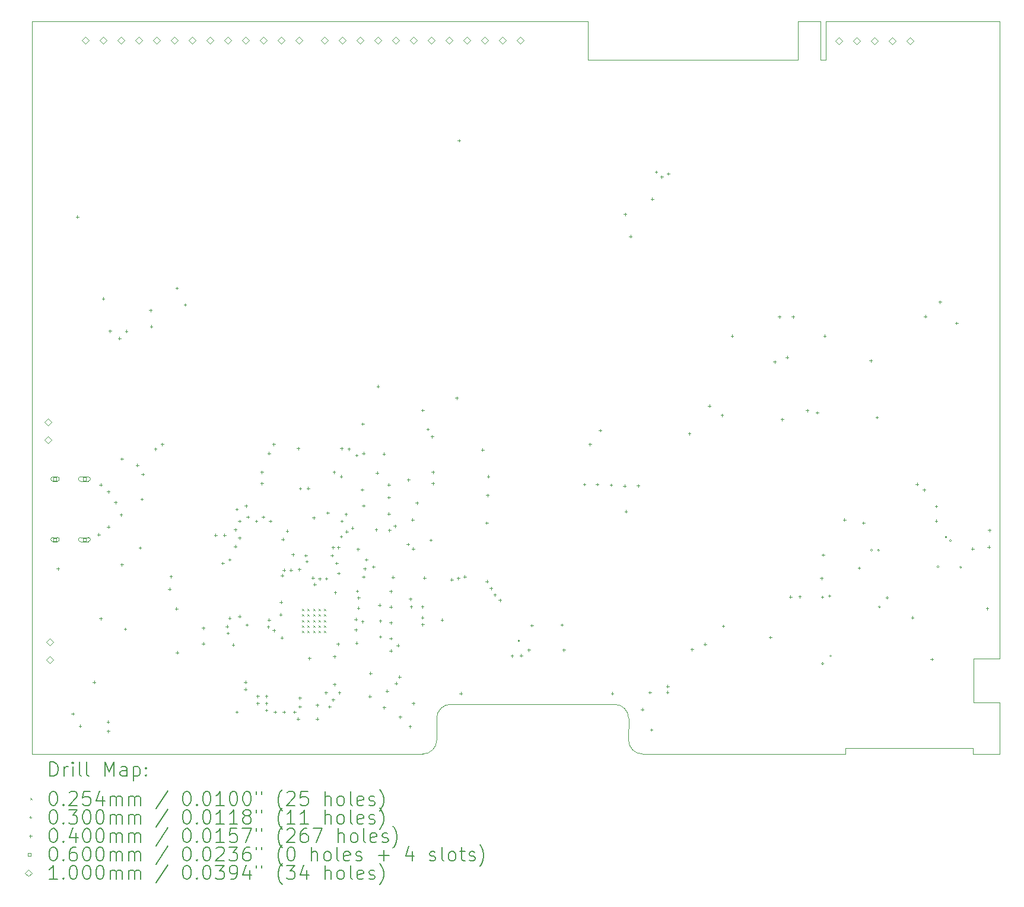
<source format=gbr>
%TF.GenerationSoftware,KiCad,Pcbnew,7.0.9-7.0.9~ubuntu22.04.1*%
%TF.CreationDate,2024-04-13T14:39:48+02:00*%
%TF.ProjectId,v7-kaleido,76372d6b-616c-4656-9964-6f2e6b696361,1.1*%
%TF.SameCoordinates,Original*%
%TF.FileFunction,Drillmap*%
%TF.FilePolarity,Positive*%
%FSLAX45Y45*%
G04 Gerber Fmt 4.5, Leading zero omitted, Abs format (unit mm)*
G04 Created by KiCad (PCBNEW 7.0.9-7.0.9~ubuntu22.04.1) date 2024-04-13 14:39:48*
%MOMM*%
%LPD*%
G01*
G04 APERTURE LIST*
%ADD10C,0.050000*%
%ADD11C,0.200000*%
%ADD12C,0.100000*%
G04 APERTURE END LIST*
D10*
X5987950Y-14860600D02*
X5987950Y-4400000D01*
X5987950Y-14860000D02*
X11565000Y-14860000D01*
X19800000Y-4400000D02*
X19800000Y-13500000D01*
X5987950Y-4400000D02*
X13920000Y-4400000D01*
X11965000Y-14150000D02*
G75*
G03*
X11765000Y-14350000I0J-200000D01*
G01*
X17318000Y-4945000D02*
X17240000Y-4945000D01*
X19800000Y-14122000D02*
X19800000Y-14860000D01*
X17240000Y-4945000D02*
X17240000Y-4400000D01*
X19430000Y-13500000D02*
X19430000Y-14123000D01*
X11765000Y-14660289D02*
X11765000Y-14350000D01*
X11565000Y-14860290D02*
G75*
G03*
X11765000Y-14660289I0J200000D01*
G01*
X14501620Y-14660000D02*
G75*
G03*
X14701621Y-14860000I200000J0D01*
G01*
X17318000Y-4400000D02*
X19800000Y-4400000D01*
X13920000Y-4400000D02*
X13920000Y-4945000D01*
X14501621Y-14660289D02*
X14503579Y-14350422D01*
X14701621Y-14860000D02*
X17600000Y-14860000D01*
X14503578Y-14350422D02*
G75*
G03*
X14303579Y-14150422I-199998J2D01*
G01*
X19420000Y-14776000D02*
X17600000Y-14776000D01*
X19430000Y-14123000D02*
X19800000Y-14122000D01*
X19420000Y-14860000D02*
X19800000Y-14860000D01*
X14303579Y-14150000D02*
X11965000Y-14150000D01*
X17318000Y-4945000D02*
X17318000Y-4400000D01*
X16920000Y-4945000D02*
X16920000Y-4400000D01*
X19420000Y-14860000D02*
X19420000Y-14776000D01*
X17600000Y-14776000D02*
X17600000Y-14860000D01*
X19800000Y-13500000D02*
X19430000Y-13500000D01*
X17240000Y-4400000D02*
X16920000Y-4400000D01*
X13920000Y-4945000D02*
X16920000Y-4945000D01*
D11*
D12*
X9841870Y-12786989D02*
X9867270Y-12812389D01*
X9867270Y-12786989D02*
X9841870Y-12812389D01*
X9841870Y-12865729D02*
X9867270Y-12891129D01*
X9867270Y-12865729D02*
X9841870Y-12891129D01*
X9841870Y-12944469D02*
X9867270Y-12969869D01*
X9867270Y-12944469D02*
X9841870Y-12969869D01*
X9841870Y-13023209D02*
X9867270Y-13048609D01*
X9867270Y-13023209D02*
X9841870Y-13048609D01*
X9841870Y-13101949D02*
X9867270Y-13127349D01*
X9867270Y-13101949D02*
X9841870Y-13127349D01*
X9920610Y-12786989D02*
X9946010Y-12812389D01*
X9946010Y-12786989D02*
X9920610Y-12812389D01*
X9920610Y-12865729D02*
X9946010Y-12891129D01*
X9946010Y-12865729D02*
X9920610Y-12891129D01*
X9920610Y-12944469D02*
X9946010Y-12969869D01*
X9946010Y-12944469D02*
X9920610Y-12969869D01*
X9920610Y-13023209D02*
X9946010Y-13048609D01*
X9946010Y-13023209D02*
X9920610Y-13048609D01*
X9920610Y-13101949D02*
X9946010Y-13127349D01*
X9946010Y-13101949D02*
X9920610Y-13127349D01*
X9999350Y-12786989D02*
X10024750Y-12812389D01*
X10024750Y-12786989D02*
X9999350Y-12812389D01*
X9999350Y-12865729D02*
X10024750Y-12891129D01*
X10024750Y-12865729D02*
X9999350Y-12891129D01*
X9999350Y-12944469D02*
X10024750Y-12969869D01*
X10024750Y-12944469D02*
X9999350Y-12969869D01*
X9999350Y-13023209D02*
X10024750Y-13048609D01*
X10024750Y-13023209D02*
X9999350Y-13048609D01*
X9999350Y-13101949D02*
X10024750Y-13127349D01*
X10024750Y-13101949D02*
X9999350Y-13127349D01*
X10078090Y-12786989D02*
X10103490Y-12812389D01*
X10103490Y-12786989D02*
X10078090Y-12812389D01*
X10078090Y-12865729D02*
X10103490Y-12891129D01*
X10103490Y-12865729D02*
X10078090Y-12891129D01*
X10078090Y-12944469D02*
X10103490Y-12969869D01*
X10103490Y-12944469D02*
X10078090Y-12969869D01*
X10078090Y-13023209D02*
X10103490Y-13048609D01*
X10103490Y-13023209D02*
X10078090Y-13048609D01*
X10078090Y-13101949D02*
X10103490Y-13127349D01*
X10103490Y-13101949D02*
X10078090Y-13127349D01*
X10156830Y-12786989D02*
X10182230Y-12812389D01*
X10182230Y-12786989D02*
X10156830Y-12812389D01*
X10156830Y-12865729D02*
X10182230Y-12891129D01*
X10182230Y-12865729D02*
X10156830Y-12891129D01*
X10156830Y-12944469D02*
X10182230Y-12969869D01*
X10182230Y-12944469D02*
X10156830Y-12969869D01*
X10156830Y-13023209D02*
X10182230Y-13048609D01*
X10182230Y-13023209D02*
X10156830Y-13048609D01*
X10156830Y-13101949D02*
X10182230Y-13127349D01*
X10182230Y-13101949D02*
X10156830Y-13127349D01*
X12951000Y-13245000D02*
G75*
G03*
X12951000Y-13245000I-15000J0D01*
G01*
X17286000Y-13569000D02*
G75*
G03*
X17286000Y-13569000I-15000J0D01*
G01*
X17400000Y-13459000D02*
G75*
G03*
X17400000Y-13459000I-15000J0D01*
G01*
X17984000Y-11949000D02*
G75*
G03*
X17984000Y-11949000I-15000J0D01*
G01*
X18086000Y-11951000D02*
G75*
G03*
X18086000Y-11951000I-15000J0D01*
G01*
X18097500Y-12760000D02*
G75*
G03*
X18097500Y-12760000I-15000J0D01*
G01*
X18210000Y-12629000D02*
G75*
G03*
X18210000Y-12629000I-15000J0D01*
G01*
X18934000Y-12185000D02*
G75*
G03*
X18934000Y-12185000I-15000J0D01*
G01*
X19047000Y-11762000D02*
G75*
G03*
X19047000Y-11762000I-15000J0D01*
G01*
X19110000Y-11812000D02*
G75*
G03*
X19110000Y-11812000I-15000J0D01*
G01*
X19257000Y-12190000D02*
G75*
G03*
X19257000Y-12190000I-15000J0D01*
G01*
X6359650Y-12194369D02*
X6359650Y-12234369D01*
X6339650Y-12214369D02*
X6379650Y-12214369D01*
X6569650Y-14264369D02*
X6569650Y-14304369D01*
X6549650Y-14284369D02*
X6589650Y-14284369D01*
X6637000Y-7167000D02*
X6637000Y-7207000D01*
X6617000Y-7187000D02*
X6657000Y-7187000D01*
X6674650Y-14439369D02*
X6674650Y-14479369D01*
X6654650Y-14459369D02*
X6694650Y-14459369D01*
X6874650Y-13814369D02*
X6874650Y-13854369D01*
X6854650Y-13834369D02*
X6894650Y-13834369D01*
X6939650Y-11704369D02*
X6939650Y-11744369D01*
X6919650Y-11724369D02*
X6959650Y-11724369D01*
X6969650Y-10994369D02*
X6969650Y-11034369D01*
X6949650Y-11014369D02*
X6989650Y-11014369D01*
X6969650Y-12904369D02*
X6969650Y-12944369D01*
X6949650Y-12924369D02*
X6989650Y-12924369D01*
X7005000Y-8337000D02*
X7005000Y-8377000D01*
X6985000Y-8357000D02*
X7025000Y-8357000D01*
X7073044Y-14380814D02*
X7073044Y-14420814D01*
X7053044Y-14400814D02*
X7093044Y-14400814D01*
X7074650Y-14514369D02*
X7074650Y-14554369D01*
X7054650Y-14534369D02*
X7094650Y-14534369D01*
X7079650Y-11094369D02*
X7079650Y-11134369D01*
X7059650Y-11114369D02*
X7099650Y-11114369D01*
X7079650Y-11594369D02*
X7079650Y-11634369D01*
X7059650Y-11614369D02*
X7099650Y-11614369D01*
X7100000Y-8798000D02*
X7100000Y-8838000D01*
X7080000Y-8818000D02*
X7120000Y-8818000D01*
X7180508Y-11245170D02*
X7180508Y-11285170D01*
X7160508Y-11265170D02*
X7200508Y-11265170D01*
X7236000Y-8902000D02*
X7236000Y-8942000D01*
X7216000Y-8922000D02*
X7256000Y-8922000D01*
X7259650Y-11424369D02*
X7259650Y-11464369D01*
X7239650Y-11444369D02*
X7279650Y-11444369D01*
X7269650Y-10624369D02*
X7269650Y-10664369D01*
X7249650Y-10644369D02*
X7289650Y-10644369D01*
X7269650Y-12134369D02*
X7269650Y-12174369D01*
X7249650Y-12154369D02*
X7289650Y-12154369D01*
X7319650Y-13054369D02*
X7319650Y-13094369D01*
X7299650Y-13074369D02*
X7339650Y-13074369D01*
X7336000Y-8801000D02*
X7336000Y-8841000D01*
X7316000Y-8821000D02*
X7356000Y-8821000D01*
X7489650Y-10714369D02*
X7489650Y-10754369D01*
X7469650Y-10734369D02*
X7509650Y-10734369D01*
X7529650Y-11894369D02*
X7529650Y-11934369D01*
X7509650Y-11914369D02*
X7549650Y-11914369D01*
X7556284Y-11201003D02*
X7556284Y-11241003D01*
X7536284Y-11221003D02*
X7576284Y-11221003D01*
X7569650Y-10844369D02*
X7569650Y-10884369D01*
X7549650Y-10864369D02*
X7589650Y-10864369D01*
X7681000Y-8501000D02*
X7681000Y-8541000D01*
X7661000Y-8521000D02*
X7701000Y-8521000D01*
X7691000Y-8733000D02*
X7691000Y-8773000D01*
X7671000Y-8753000D02*
X7711000Y-8753000D01*
X7749650Y-10484369D02*
X7749650Y-10524369D01*
X7729650Y-10504369D02*
X7769650Y-10504369D01*
X7847000Y-10416000D02*
X7847000Y-10456000D01*
X7827000Y-10436000D02*
X7867000Y-10436000D01*
X7949650Y-12484369D02*
X7949650Y-12524369D01*
X7929650Y-12504369D02*
X7969650Y-12504369D01*
X7969650Y-12304369D02*
X7969650Y-12344369D01*
X7949650Y-12324369D02*
X7989650Y-12324369D01*
X8049650Y-12764369D02*
X8049650Y-12804369D01*
X8029650Y-12784369D02*
X8069650Y-12784369D01*
X8055000Y-8186000D02*
X8055000Y-8226000D01*
X8035000Y-8206000D02*
X8075000Y-8206000D01*
X8059650Y-13389369D02*
X8059650Y-13429369D01*
X8039650Y-13409369D02*
X8079650Y-13409369D01*
X8173500Y-8423000D02*
X8173500Y-8463000D01*
X8153500Y-8443000D02*
X8193500Y-8443000D01*
X8434650Y-13039369D02*
X8434650Y-13079369D01*
X8414650Y-13059369D02*
X8454650Y-13059369D01*
X8434650Y-13264369D02*
X8434650Y-13304369D01*
X8414650Y-13284369D02*
X8454650Y-13284369D01*
X8609650Y-11714369D02*
X8609650Y-11754369D01*
X8589650Y-11734369D02*
X8629650Y-11734369D01*
X8709650Y-12114369D02*
X8709650Y-12154369D01*
X8689650Y-12134369D02*
X8729650Y-12134369D01*
X8734650Y-11714369D02*
X8734650Y-11754369D01*
X8714650Y-11734369D02*
X8754650Y-11734369D01*
X8772578Y-13019131D02*
X8772578Y-13059131D01*
X8752578Y-13039131D02*
X8792578Y-13039131D01*
X8784650Y-13114369D02*
X8784650Y-13154369D01*
X8764650Y-13134369D02*
X8804650Y-13134369D01*
X8809650Y-12064369D02*
X8809650Y-12104369D01*
X8789650Y-12084369D02*
X8829650Y-12084369D01*
X8809650Y-12898369D02*
X8809650Y-12938369D01*
X8789650Y-12918369D02*
X8829650Y-12918369D01*
X8859650Y-13280769D02*
X8859650Y-13320769D01*
X8839650Y-13300769D02*
X8879650Y-13300769D01*
X8889650Y-11634369D02*
X8889650Y-11674369D01*
X8869650Y-11654369D02*
X8909650Y-11654369D01*
X8889650Y-11874369D02*
X8889650Y-11914369D01*
X8869650Y-11894369D02*
X8909650Y-11894369D01*
X8909650Y-11344369D02*
X8909650Y-11384369D01*
X8889650Y-11364369D02*
X8929650Y-11364369D01*
X8909650Y-14239369D02*
X8909650Y-14279369D01*
X8889650Y-14259369D02*
X8929650Y-14259369D01*
X8949319Y-12874779D02*
X8949319Y-12914779D01*
X8929319Y-12894779D02*
X8969319Y-12894779D01*
X8949650Y-11514369D02*
X8949650Y-11554369D01*
X8929650Y-11534369D02*
X8969650Y-11534369D01*
X8949650Y-11754369D02*
X8949650Y-11794369D01*
X8929650Y-11774369D02*
X8969650Y-11774369D01*
X9034650Y-13814369D02*
X9034650Y-13854369D01*
X9014650Y-13834369D02*
X9054650Y-13834369D01*
X9034650Y-13914369D02*
X9034650Y-13954369D01*
X9014650Y-13934369D02*
X9054650Y-13934369D01*
X9042514Y-11296376D02*
X9042514Y-11336376D01*
X9022514Y-11316376D02*
X9062514Y-11316376D01*
X9053450Y-12995569D02*
X9053450Y-13035569D01*
X9033450Y-13015569D02*
X9073450Y-13015569D01*
X9069650Y-11454369D02*
X9069650Y-11494369D01*
X9049650Y-11474369D02*
X9089650Y-11474369D01*
X9189650Y-11514369D02*
X9189650Y-11554369D01*
X9169650Y-11534369D02*
X9209650Y-11534369D01*
X9209650Y-14014369D02*
X9209650Y-14054369D01*
X9189650Y-14034369D02*
X9229650Y-14034369D01*
X9209650Y-14114369D02*
X9209650Y-14154369D01*
X9189650Y-14134369D02*
X9229650Y-14134369D01*
X9269650Y-10814369D02*
X9269650Y-10854369D01*
X9249650Y-10834369D02*
X9289650Y-10834369D01*
X9269650Y-10974369D02*
X9269650Y-11014369D01*
X9249650Y-10994369D02*
X9289650Y-10994369D01*
X9289650Y-11454369D02*
X9289650Y-11494369D01*
X9269650Y-11474369D02*
X9309650Y-11474369D01*
X9334650Y-14014369D02*
X9334650Y-14054369D01*
X9314650Y-14034369D02*
X9354650Y-14034369D01*
X9334650Y-14114369D02*
X9334650Y-14154369D01*
X9314650Y-14134369D02*
X9354650Y-14134369D01*
X9334650Y-14214369D02*
X9334650Y-14254369D01*
X9314650Y-14234369D02*
X9354650Y-14234369D01*
X9359328Y-13023810D02*
X9359328Y-13063810D01*
X9339328Y-13043810D02*
X9379328Y-13043810D01*
X9369650Y-10544369D02*
X9369650Y-10584369D01*
X9349650Y-10564369D02*
X9389650Y-10564369D01*
X9369750Y-12924469D02*
X9369750Y-12964469D01*
X9349750Y-12944469D02*
X9389750Y-12944469D01*
X9389650Y-11514369D02*
X9389650Y-11554369D01*
X9369650Y-11534369D02*
X9409650Y-11534369D01*
X9438000Y-10416000D02*
X9438000Y-10456000D01*
X9418000Y-10436000D02*
X9458000Y-10436000D01*
X9441121Y-13074069D02*
X9441121Y-13114069D01*
X9421121Y-13094069D02*
X9461121Y-13094069D01*
X9459650Y-14239369D02*
X9459650Y-14279369D01*
X9439650Y-14259369D02*
X9479650Y-14259369D01*
X9537325Y-12848072D02*
X9537325Y-12888072D01*
X9517325Y-12868072D02*
X9557325Y-12868072D01*
X9542276Y-12670344D02*
X9542276Y-12710344D01*
X9522276Y-12690344D02*
X9562276Y-12690344D01*
X9554850Y-13178469D02*
X9554850Y-13218469D01*
X9534850Y-13198469D02*
X9574850Y-13198469D01*
X9559650Y-12289369D02*
X9559650Y-12329369D01*
X9539650Y-12309369D02*
X9579650Y-12309369D01*
X9569650Y-11774369D02*
X9569650Y-11814369D01*
X9549650Y-11794369D02*
X9589650Y-11794369D01*
X9584650Y-12214369D02*
X9584650Y-12254369D01*
X9564650Y-12234369D02*
X9604650Y-12234369D01*
X9584650Y-14239369D02*
X9584650Y-14279369D01*
X9564650Y-14259369D02*
X9604650Y-14259369D01*
X9629650Y-11654369D02*
X9629650Y-11694369D01*
X9609650Y-11674369D02*
X9649650Y-11674369D01*
X9684650Y-12214369D02*
X9684650Y-12254369D01*
X9664650Y-12234369D02*
X9704650Y-12234369D01*
X9711203Y-11990923D02*
X9711203Y-12030923D01*
X9691203Y-12010923D02*
X9731203Y-12010923D01*
X9734650Y-14239369D02*
X9734650Y-14279369D01*
X9714650Y-14259369D02*
X9754650Y-14259369D01*
X9784650Y-14339369D02*
X9784650Y-14379369D01*
X9764650Y-14359369D02*
X9804650Y-14359369D01*
X9789650Y-10474369D02*
X9789650Y-10514369D01*
X9769650Y-10494369D02*
X9809650Y-10494369D01*
X9802429Y-12201693D02*
X9802429Y-12241693D01*
X9782429Y-12221693D02*
X9822429Y-12221693D01*
X9809650Y-14039369D02*
X9809650Y-14079369D01*
X9789650Y-14059369D02*
X9829650Y-14059369D01*
X9809650Y-14164369D02*
X9809650Y-14204369D01*
X9789650Y-14184369D02*
X9829650Y-14184369D01*
X9816000Y-11048000D02*
X9816000Y-11088000D01*
X9796000Y-11068000D02*
X9836000Y-11068000D01*
X9895050Y-12003969D02*
X9895050Y-12043969D01*
X9875050Y-12023969D02*
X9915050Y-12023969D01*
X9909650Y-12089369D02*
X9909650Y-12129369D01*
X9889650Y-12109369D02*
X9929650Y-12109369D01*
X9929650Y-11044369D02*
X9929650Y-11084369D01*
X9909650Y-11064369D02*
X9949650Y-11064369D01*
X9946378Y-13472836D02*
X9946378Y-13512836D01*
X9926378Y-13492836D02*
X9966378Y-13492836D01*
X9997286Y-12323770D02*
X9997286Y-12363770D01*
X9977286Y-12343770D02*
X10017286Y-12343770D01*
X10009650Y-11464369D02*
X10009650Y-11504369D01*
X9989650Y-11484369D02*
X10029650Y-11484369D01*
X10022049Y-12416469D02*
X10022049Y-12456469D01*
X10002049Y-12436469D02*
X10042049Y-12436469D01*
X10059650Y-14139369D02*
X10059650Y-14179369D01*
X10039650Y-14159369D02*
X10079650Y-14159369D01*
X10059650Y-14339369D02*
X10059650Y-14379369D01*
X10039650Y-14359369D02*
X10079650Y-14359369D01*
X10092416Y-12337135D02*
X10092416Y-12377135D01*
X10072416Y-12357135D02*
X10112416Y-12357135D01*
X10184650Y-13964369D02*
X10184650Y-14004369D01*
X10164650Y-13984369D02*
X10204650Y-13984369D01*
X10189175Y-12333644D02*
X10189175Y-12373644D01*
X10169175Y-12353644D02*
X10209175Y-12353644D01*
X10209650Y-11394369D02*
X10209650Y-11434369D01*
X10189650Y-11414369D02*
X10229650Y-11414369D01*
X10234650Y-14164369D02*
X10234650Y-14204369D01*
X10214650Y-14184369D02*
X10254650Y-14184369D01*
X10270050Y-12003969D02*
X10270050Y-12043969D01*
X10250050Y-12023969D02*
X10290050Y-12023969D01*
X10284650Y-11889369D02*
X10284650Y-11929369D01*
X10264650Y-11909369D02*
X10304650Y-11909369D01*
X10284650Y-14064369D02*
X10284650Y-14104369D01*
X10264650Y-14084369D02*
X10304650Y-14084369D01*
X10299650Y-10814369D02*
X10299650Y-10854369D01*
X10279650Y-10834369D02*
X10319650Y-10834369D01*
X10304050Y-13844969D02*
X10304050Y-13884969D01*
X10284050Y-13864969D02*
X10324050Y-13864969D01*
X10304150Y-13447669D02*
X10304150Y-13487669D01*
X10284150Y-13467669D02*
X10324150Y-13467669D01*
X10316850Y-12530769D02*
X10316850Y-12570769D01*
X10296850Y-12550769D02*
X10336850Y-12550769D01*
X10334650Y-12114369D02*
X10334650Y-12154369D01*
X10314650Y-12134369D02*
X10354650Y-12134369D01*
X10354824Y-13267495D02*
X10354824Y-13307495D01*
X10334824Y-13287495D02*
X10374824Y-13287495D01*
X10359650Y-11889369D02*
X10359650Y-11929369D01*
X10339650Y-11909369D02*
X10379650Y-11909369D01*
X10363650Y-12259469D02*
X10363650Y-12299469D01*
X10343650Y-12279469D02*
X10383650Y-12279469D01*
X10375550Y-13964369D02*
X10375550Y-14004369D01*
X10355550Y-13984369D02*
X10395550Y-13984369D01*
X10399650Y-10874369D02*
X10399650Y-10914369D01*
X10379650Y-10894369D02*
X10419650Y-10894369D01*
X10399650Y-11734369D02*
X10399650Y-11774369D01*
X10379650Y-11754369D02*
X10419650Y-11754369D01*
X10405600Y-10474369D02*
X10405600Y-10514369D01*
X10385600Y-10494369D02*
X10425600Y-10494369D01*
X10409650Y-11514369D02*
X10409650Y-11554369D01*
X10389650Y-11534369D02*
X10429650Y-11534369D01*
X10469481Y-11414539D02*
X10469481Y-11454539D01*
X10449481Y-11434539D02*
X10489481Y-11434539D01*
X10479650Y-11664369D02*
X10479650Y-11704369D01*
X10459650Y-11684369D02*
X10499650Y-11684369D01*
X10509650Y-10484369D02*
X10509650Y-10524369D01*
X10489650Y-10504369D02*
X10529650Y-10504369D01*
X10561016Y-11613516D02*
X10561016Y-11653516D01*
X10541016Y-11633516D02*
X10581016Y-11633516D01*
X10608950Y-12916569D02*
X10608950Y-12956569D01*
X10588950Y-12936569D02*
X10628950Y-12936569D01*
X10608950Y-13064169D02*
X10608950Y-13104169D01*
X10588950Y-13084169D02*
X10628950Y-13084169D01*
X10619650Y-10574369D02*
X10619650Y-10614369D01*
X10599650Y-10594369D02*
X10639650Y-10594369D01*
X10619650Y-13254369D02*
X10619650Y-13294369D01*
X10599650Y-13274369D02*
X10639650Y-13274369D01*
X10629359Y-12512936D02*
X10629359Y-12552936D01*
X10609359Y-12532936D02*
X10649359Y-12532936D01*
X10639650Y-11914369D02*
X10639650Y-11954369D01*
X10619650Y-11934369D02*
X10659650Y-11934369D01*
X10647050Y-12754569D02*
X10647050Y-12794569D01*
X10627050Y-12774569D02*
X10667050Y-12774569D01*
X10648444Y-12606969D02*
X10648444Y-12646969D01*
X10628444Y-12626969D02*
X10668444Y-12626969D01*
X10699650Y-11064369D02*
X10699650Y-11104369D01*
X10679650Y-11084369D02*
X10719650Y-11084369D01*
X10706413Y-12948594D02*
X10706413Y-12988594D01*
X10686413Y-12968594D02*
X10726413Y-12968594D01*
X10709650Y-10124369D02*
X10709650Y-10164369D01*
X10689650Y-10144369D02*
X10729650Y-10144369D01*
X10718876Y-12309014D02*
X10718876Y-12349014D01*
X10698876Y-12329014D02*
X10738876Y-12329014D01*
X10719650Y-10544369D02*
X10719650Y-10584369D01*
X10699650Y-10564369D02*
X10739650Y-10564369D01*
X10719650Y-11294369D02*
X10719650Y-11334369D01*
X10699650Y-11314369D02*
X10739650Y-11314369D01*
X10738000Y-12193000D02*
X10738000Y-12233000D01*
X10718000Y-12213000D02*
X10758000Y-12213000D01*
X10759650Y-12064369D02*
X10759650Y-12104369D01*
X10739650Y-12084369D02*
X10779650Y-12084369D01*
X10809650Y-14018369D02*
X10809650Y-14058369D01*
X10789650Y-14038369D02*
X10829650Y-14038369D01*
X10818000Y-13688000D02*
X10818000Y-13728000D01*
X10798000Y-13708000D02*
X10838000Y-13708000D01*
X10859650Y-12164369D02*
X10859650Y-12204369D01*
X10839650Y-12184369D02*
X10879650Y-12184369D01*
X10899650Y-11634369D02*
X10899650Y-11674369D01*
X10879650Y-11654369D02*
X10919650Y-11654369D01*
X10913100Y-10824369D02*
X10913100Y-10864369D01*
X10893100Y-10844369D02*
X10933100Y-10844369D01*
X10926000Y-9589000D02*
X10926000Y-9629000D01*
X10906000Y-9609000D02*
X10946000Y-9609000D01*
X10948000Y-12714369D02*
X10948000Y-12754369D01*
X10928000Y-12734369D02*
X10968000Y-12734369D01*
X10959650Y-12939369D02*
X10959650Y-12979369D01*
X10939650Y-12959369D02*
X10979650Y-12959369D01*
X10959650Y-13164369D02*
X10959650Y-13204369D01*
X10939650Y-13184369D02*
X10979650Y-13184369D01*
X11009650Y-10554369D02*
X11009650Y-10594369D01*
X10989650Y-10574369D02*
X11029650Y-10574369D01*
X11012199Y-14174199D02*
X11012199Y-14214199D01*
X10992199Y-14194199D02*
X11032199Y-14194199D01*
X11054540Y-13939369D02*
X11054540Y-13979369D01*
X11034540Y-13959369D02*
X11074540Y-13959369D01*
X11079650Y-11174369D02*
X11079650Y-11214369D01*
X11059650Y-11194369D02*
X11099650Y-11194369D01*
X11080200Y-10994369D02*
X11080200Y-11034369D01*
X11060200Y-11014369D02*
X11100200Y-11014369D01*
X11080200Y-11407771D02*
X11080200Y-11447771D01*
X11060200Y-11427771D02*
X11100200Y-11427771D01*
X11089650Y-11644369D02*
X11089650Y-11684369D01*
X11069650Y-11664369D02*
X11109650Y-11664369D01*
X11109650Y-12514369D02*
X11109650Y-12554369D01*
X11089650Y-12534369D02*
X11129650Y-12534369D01*
X11109650Y-12739369D02*
X11109650Y-12779369D01*
X11089650Y-12759369D02*
X11129650Y-12759369D01*
X11109650Y-12964369D02*
X11109650Y-13004369D01*
X11089650Y-12984369D02*
X11129650Y-12984369D01*
X11109650Y-13189369D02*
X11109650Y-13229369D01*
X11089650Y-13209369D02*
X11129650Y-13209369D01*
X11109650Y-13364369D02*
X11109650Y-13404369D01*
X11089650Y-13384369D02*
X11129650Y-13384369D01*
X11139878Y-12316605D02*
X11139878Y-12356605D01*
X11119878Y-12336605D02*
X11159878Y-12336605D01*
X11169650Y-11584369D02*
X11169650Y-11624369D01*
X11149650Y-11604369D02*
X11189650Y-11604369D01*
X11186262Y-13831881D02*
X11186262Y-13871881D01*
X11166262Y-13851881D02*
X11206262Y-13851881D01*
X11209650Y-13289369D02*
X11209650Y-13329369D01*
X11189650Y-13309369D02*
X11229650Y-13309369D01*
X11233287Y-13738000D02*
X11233287Y-13778000D01*
X11213287Y-13758000D02*
X11253287Y-13758000D01*
X11241000Y-14309000D02*
X11241000Y-14349000D01*
X11221000Y-14329000D02*
X11261000Y-14329000D01*
X11355600Y-11844369D02*
X11355600Y-11884369D01*
X11335600Y-11864369D02*
X11375600Y-11864369D01*
X11359650Y-10924369D02*
X11359650Y-10964369D01*
X11339650Y-10944369D02*
X11379650Y-10944369D01*
X11383650Y-14444369D02*
X11383650Y-14484369D01*
X11363650Y-14464369D02*
X11403650Y-14464369D01*
X11389650Y-12624369D02*
X11389650Y-12664369D01*
X11369650Y-12644369D02*
X11409650Y-12644369D01*
X11399650Y-12734369D02*
X11399650Y-12774369D01*
X11379650Y-12754369D02*
X11419650Y-12754369D01*
X11419650Y-11492819D02*
X11419650Y-11532819D01*
X11399650Y-11512819D02*
X11439650Y-11512819D01*
X11426974Y-11908496D02*
X11426974Y-11948496D01*
X11406974Y-11928496D02*
X11446974Y-11928496D01*
X11429650Y-14114000D02*
X11429650Y-14154000D01*
X11409650Y-14134000D02*
X11449650Y-14134000D01*
X11481200Y-11254369D02*
X11481200Y-11294369D01*
X11461200Y-11274369D02*
X11501200Y-11274369D01*
X11559650Y-12734369D02*
X11559650Y-12774369D01*
X11539650Y-12754369D02*
X11579650Y-12754369D01*
X11559650Y-12889369D02*
X11559650Y-12929369D01*
X11539650Y-12909369D02*
X11579650Y-12909369D01*
X11563650Y-12989369D02*
X11563650Y-13029369D01*
X11543650Y-13009369D02*
X11583650Y-13009369D01*
X11563856Y-9931000D02*
X11563856Y-9971000D01*
X11543856Y-9951000D02*
X11583856Y-9951000D01*
X11589650Y-12324369D02*
X11589650Y-12364369D01*
X11569650Y-12344369D02*
X11609650Y-12344369D01*
X11637650Y-10201819D02*
X11637650Y-10241819D01*
X11617650Y-10221819D02*
X11657650Y-10221819D01*
X11679650Y-11784369D02*
X11679650Y-11824369D01*
X11659650Y-11804369D02*
X11699650Y-11804369D01*
X11699650Y-10304369D02*
X11699650Y-10344369D01*
X11679650Y-10324369D02*
X11719650Y-10324369D01*
X11709200Y-10814369D02*
X11709200Y-10854369D01*
X11689200Y-10834369D02*
X11729200Y-10834369D01*
X11709650Y-10974369D02*
X11709650Y-11014369D01*
X11689650Y-10994369D02*
X11729650Y-10994369D01*
X11839650Y-12923419D02*
X11839650Y-12963419D01*
X11819650Y-12943419D02*
X11859650Y-12943419D01*
X11977747Y-12350064D02*
X11977747Y-12390064D01*
X11957747Y-12370064D02*
X11997747Y-12370064D01*
X12050000Y-9755000D02*
X12050000Y-9795000D01*
X12030000Y-9775000D02*
X12070000Y-9775000D01*
X12071323Y-12328854D02*
X12071323Y-12368854D01*
X12051323Y-12348854D02*
X12091323Y-12348854D01*
X12083000Y-6078000D02*
X12083000Y-6118000D01*
X12063000Y-6098000D02*
X12103000Y-6098000D01*
X12109650Y-13974369D02*
X12109650Y-14014369D01*
X12089650Y-13994369D02*
X12129650Y-13994369D01*
X12164523Y-12306046D02*
X12164523Y-12346046D01*
X12144523Y-12326046D02*
X12184523Y-12326046D01*
X12419650Y-10494369D02*
X12419650Y-10534369D01*
X12399650Y-10514369D02*
X12439650Y-10514369D01*
X12478100Y-11539000D02*
X12478100Y-11579000D01*
X12458100Y-11559000D02*
X12498100Y-11559000D01*
X12479650Y-12374369D02*
X12479650Y-12414369D01*
X12459650Y-12394369D02*
X12499650Y-12394369D01*
X12489650Y-11144369D02*
X12489650Y-11184369D01*
X12469650Y-11164369D02*
X12509650Y-11164369D01*
X12499650Y-10874369D02*
X12499650Y-10914369D01*
X12479650Y-10894369D02*
X12519650Y-10894369D01*
X12539650Y-12474369D02*
X12539650Y-12514369D01*
X12519650Y-12494369D02*
X12559650Y-12494369D01*
X12592527Y-12567246D02*
X12592527Y-12607246D01*
X12572527Y-12587246D02*
X12612527Y-12587246D01*
X12666773Y-12641492D02*
X12666773Y-12681492D01*
X12646773Y-12661492D02*
X12686773Y-12661492D01*
X12838123Y-13437507D02*
X12838123Y-13477507D01*
X12818123Y-13457507D02*
X12858123Y-13457507D01*
X12969037Y-13434101D02*
X12969037Y-13474101D01*
X12949037Y-13454101D02*
X12989037Y-13454101D01*
X13079650Y-13354369D02*
X13079650Y-13394369D01*
X13059650Y-13374369D02*
X13099650Y-13374369D01*
X13119650Y-13004369D02*
X13119650Y-13044369D01*
X13099650Y-13024369D02*
X13139650Y-13024369D01*
X13549650Y-12994369D02*
X13549650Y-13034369D01*
X13529650Y-13014369D02*
X13569650Y-13014369D01*
X13579650Y-13354369D02*
X13579650Y-13394369D01*
X13559650Y-13374369D02*
X13599650Y-13374369D01*
X13873000Y-10988000D02*
X13873000Y-11028000D01*
X13853000Y-11008000D02*
X13893000Y-11008000D01*
X13950500Y-10416270D02*
X13950500Y-10456270D01*
X13930500Y-10436270D02*
X13970500Y-10436270D01*
X14057000Y-10988000D02*
X14057000Y-11028000D01*
X14037000Y-11008000D02*
X14077000Y-11008000D01*
X14097000Y-10219000D02*
X14097000Y-10259000D01*
X14077000Y-10239000D02*
X14117000Y-10239000D01*
X14254000Y-10996000D02*
X14254000Y-11036000D01*
X14234000Y-11016000D02*
X14274000Y-11016000D01*
X14269650Y-13974369D02*
X14269650Y-14014369D01*
X14249650Y-13994369D02*
X14289650Y-13994369D01*
X14444000Y-11011000D02*
X14444000Y-11051000D01*
X14424000Y-11031000D02*
X14464000Y-11031000D01*
X14454000Y-7129000D02*
X14454000Y-7169000D01*
X14434000Y-7149000D02*
X14474000Y-7149000D01*
X14464000Y-11374000D02*
X14464000Y-11414000D01*
X14444000Y-11394000D02*
X14484000Y-11394000D01*
X14528796Y-7445796D02*
X14528796Y-7485796D01*
X14508796Y-7465796D02*
X14548796Y-7465796D01*
X14641000Y-11007000D02*
X14641000Y-11047000D01*
X14621000Y-11027000D02*
X14661000Y-11027000D01*
X14699650Y-14204369D02*
X14699650Y-14244369D01*
X14679650Y-14224369D02*
X14719650Y-14224369D01*
X14806153Y-13959540D02*
X14806153Y-13999540D01*
X14786153Y-13979540D02*
X14826153Y-13979540D01*
X14829650Y-14494369D02*
X14829650Y-14534369D01*
X14809650Y-14514369D02*
X14849650Y-14514369D01*
X14840000Y-6913000D02*
X14840000Y-6953000D01*
X14820000Y-6933000D02*
X14860000Y-6933000D01*
X14897000Y-6526000D02*
X14897000Y-6566000D01*
X14877000Y-6546000D02*
X14917000Y-6546000D01*
X14974699Y-6596077D02*
X14974699Y-6636077D01*
X14954699Y-6616077D02*
X14994699Y-6616077D01*
X15057410Y-13959000D02*
X15057410Y-13999000D01*
X15037410Y-13979000D02*
X15077410Y-13979000D01*
X15059650Y-13874369D02*
X15059650Y-13914369D01*
X15039650Y-13894369D02*
X15079650Y-13894369D01*
X15070000Y-6552000D02*
X15070000Y-6592000D01*
X15050000Y-6572000D02*
X15090000Y-6572000D01*
X15370000Y-10264000D02*
X15370000Y-10304000D01*
X15350000Y-10284000D02*
X15390000Y-10284000D01*
X15406931Y-13343500D02*
X15406931Y-13383500D01*
X15386931Y-13363500D02*
X15426931Y-13363500D01*
X15594792Y-13271792D02*
X15594792Y-13311792D01*
X15574792Y-13291792D02*
X15614792Y-13291792D01*
X15655699Y-9867699D02*
X15655699Y-9907699D01*
X15635699Y-9887699D02*
X15675699Y-9887699D01*
X15837000Y-10001000D02*
X15837000Y-10041000D01*
X15817000Y-10021000D02*
X15857000Y-10021000D01*
X15854292Y-13012292D02*
X15854292Y-13052292D01*
X15834292Y-13032292D02*
X15874292Y-13032292D01*
X15980000Y-8870000D02*
X15980000Y-8910000D01*
X15960000Y-8890000D02*
X16000000Y-8890000D01*
X16525000Y-13173000D02*
X16525000Y-13213000D01*
X16505000Y-13193000D02*
X16545000Y-13193000D01*
X16588301Y-9238301D02*
X16588301Y-9278301D01*
X16568301Y-9258301D02*
X16608301Y-9258301D01*
X16654000Y-8595000D02*
X16654000Y-8635000D01*
X16634000Y-8615000D02*
X16674000Y-8615000D01*
X16694000Y-10061000D02*
X16694000Y-10101000D01*
X16674000Y-10081000D02*
X16714000Y-10081000D01*
X16766000Y-9173000D02*
X16766000Y-9213000D01*
X16746000Y-9193000D02*
X16786000Y-9193000D01*
X16814000Y-12595000D02*
X16814000Y-12635000D01*
X16794000Y-12615000D02*
X16834000Y-12615000D01*
X16851000Y-8595000D02*
X16851000Y-8635000D01*
X16831000Y-8615000D02*
X16871000Y-8615000D01*
X16946000Y-12591000D02*
X16946000Y-12631000D01*
X16926000Y-12611000D02*
X16966000Y-12611000D01*
X17054000Y-9934000D02*
X17054000Y-9974000D01*
X17034000Y-9954000D02*
X17074000Y-9954000D01*
X17195000Y-9964000D02*
X17195000Y-10004000D01*
X17175000Y-9984000D02*
X17215000Y-9984000D01*
X17256300Y-12330000D02*
X17256300Y-12370000D01*
X17236300Y-12350000D02*
X17276300Y-12350000D01*
X17266000Y-12597000D02*
X17266000Y-12637000D01*
X17246000Y-12617000D02*
X17286000Y-12617000D01*
X17278000Y-11996000D02*
X17278000Y-12036000D01*
X17258000Y-12016000D02*
X17298000Y-12016000D01*
X17301000Y-8870000D02*
X17301000Y-8910000D01*
X17281000Y-8890000D02*
X17321000Y-8890000D01*
X17369000Y-12581000D02*
X17369000Y-12621000D01*
X17349000Y-12601000D02*
X17389000Y-12601000D01*
X17583000Y-11493500D02*
X17583000Y-11533500D01*
X17563000Y-11513500D02*
X17603000Y-11513500D01*
X17791000Y-12183000D02*
X17791000Y-12223000D01*
X17771000Y-12203000D02*
X17811000Y-12203000D01*
X17854000Y-11538000D02*
X17854000Y-11578000D01*
X17834000Y-11558000D02*
X17874000Y-11558000D01*
X17958000Y-9221000D02*
X17958000Y-9261000D01*
X17938000Y-9241000D02*
X17978000Y-9241000D01*
X18047000Y-10032000D02*
X18047000Y-10072000D01*
X18027000Y-10052000D02*
X18067000Y-10052000D01*
X18554000Y-12890000D02*
X18554000Y-12930000D01*
X18534000Y-12910000D02*
X18574000Y-12910000D01*
X18618000Y-10986000D02*
X18618000Y-11026000D01*
X18598000Y-11006000D02*
X18638000Y-11006000D01*
X18721000Y-11066000D02*
X18721000Y-11106000D01*
X18701000Y-11086000D02*
X18741000Y-11086000D01*
X18739000Y-8590000D02*
X18739000Y-8630000D01*
X18719000Y-8610000D02*
X18759000Y-8610000D01*
X18830000Y-13486000D02*
X18830000Y-13526000D01*
X18810000Y-13506000D02*
X18850000Y-13506000D01*
X18893000Y-11300900D02*
X18893000Y-11340900D01*
X18873000Y-11320900D02*
X18913000Y-11320900D01*
X18893000Y-11510900D02*
X18893000Y-11550900D01*
X18873000Y-11530900D02*
X18913000Y-11530900D01*
X18947000Y-8385000D02*
X18947000Y-8425000D01*
X18927000Y-8405000D02*
X18967000Y-8405000D01*
X19184000Y-8685000D02*
X19184000Y-8725000D01*
X19164000Y-8705000D02*
X19204000Y-8705000D01*
X19412000Y-11908000D02*
X19412000Y-11948000D01*
X19392000Y-11928000D02*
X19432000Y-11928000D01*
X19621000Y-12760000D02*
X19621000Y-12800000D01*
X19601000Y-12780000D02*
X19641000Y-12780000D01*
X19643000Y-11882300D02*
X19643000Y-11922300D01*
X19623000Y-11902300D02*
X19663000Y-11902300D01*
X19653000Y-11642300D02*
X19653000Y-11682300D01*
X19633000Y-11662300D02*
X19673000Y-11662300D01*
X6339863Y-10953583D02*
X6339863Y-10911156D01*
X6297437Y-10911156D01*
X6297437Y-10953583D01*
X6339863Y-10953583D01*
X6348650Y-10902369D02*
X6288650Y-10902369D01*
X6288650Y-10902369D02*
G75*
G03*
X6288650Y-10962369I0J-30000D01*
G01*
X6288650Y-10962369D02*
X6348650Y-10962369D01*
X6348650Y-10962369D02*
G75*
G03*
X6348650Y-10902369I0J30000D01*
G01*
X6339863Y-11817583D02*
X6339863Y-11775156D01*
X6297437Y-11775156D01*
X6297437Y-11817583D01*
X6339863Y-11817583D01*
X6348650Y-11766369D02*
X6288650Y-11766369D01*
X6288650Y-11766369D02*
G75*
G03*
X6288650Y-11826369I0J-30000D01*
G01*
X6288650Y-11826369D02*
X6348650Y-11826369D01*
X6348650Y-11826369D02*
G75*
G03*
X6348650Y-11766369I0J30000D01*
G01*
X6757863Y-10953583D02*
X6757863Y-10911156D01*
X6715437Y-10911156D01*
X6715437Y-10953583D01*
X6757863Y-10953583D01*
X6791650Y-10902369D02*
X6681650Y-10902369D01*
X6681650Y-10902369D02*
G75*
G03*
X6681650Y-10962369I0J-30000D01*
G01*
X6681650Y-10962369D02*
X6791650Y-10962369D01*
X6791650Y-10962369D02*
G75*
G03*
X6791650Y-10902369I0J30000D01*
G01*
X6757863Y-11817583D02*
X6757863Y-11775156D01*
X6715437Y-11775156D01*
X6715437Y-11817583D01*
X6757863Y-11817583D01*
X6791650Y-11766369D02*
X6681650Y-11766369D01*
X6681650Y-11766369D02*
G75*
G03*
X6681650Y-11826369I0J-30000D01*
G01*
X6681650Y-11826369D02*
X6791650Y-11826369D01*
X6791650Y-11826369D02*
G75*
G03*
X6791650Y-11766369I0J30000D01*
G01*
X6219650Y-10167869D02*
X6269650Y-10117869D01*
X6219650Y-10067869D01*
X6169650Y-10117869D01*
X6219650Y-10167869D01*
X6219650Y-10421869D02*
X6269650Y-10371869D01*
X6219650Y-10321869D01*
X6169650Y-10371869D01*
X6219650Y-10421869D01*
X6244650Y-13311869D02*
X6294650Y-13261869D01*
X6244650Y-13211869D01*
X6194650Y-13261869D01*
X6244650Y-13311869D01*
X6244650Y-13565869D02*
X6294650Y-13515869D01*
X6244650Y-13465869D01*
X6194650Y-13515869D01*
X6244650Y-13565869D01*
X6751500Y-4715000D02*
X6801500Y-4665000D01*
X6751500Y-4615000D01*
X6701500Y-4665000D01*
X6751500Y-4715000D01*
X7005500Y-4715000D02*
X7055500Y-4665000D01*
X7005500Y-4615000D01*
X6955500Y-4665000D01*
X7005500Y-4715000D01*
X7259500Y-4715000D02*
X7309500Y-4665000D01*
X7259500Y-4615000D01*
X7209500Y-4665000D01*
X7259500Y-4715000D01*
X7513500Y-4715000D02*
X7563500Y-4665000D01*
X7513500Y-4615000D01*
X7463500Y-4665000D01*
X7513500Y-4715000D01*
X7767500Y-4715000D02*
X7817500Y-4665000D01*
X7767500Y-4615000D01*
X7717500Y-4665000D01*
X7767500Y-4715000D01*
X8021500Y-4715000D02*
X8071500Y-4665000D01*
X8021500Y-4615000D01*
X7971500Y-4665000D01*
X8021500Y-4715000D01*
X8275500Y-4715000D02*
X8325500Y-4665000D01*
X8275500Y-4615000D01*
X8225500Y-4665000D01*
X8275500Y-4715000D01*
X8529500Y-4715000D02*
X8579500Y-4665000D01*
X8529500Y-4615000D01*
X8479500Y-4665000D01*
X8529500Y-4715000D01*
X8783500Y-4715000D02*
X8833500Y-4665000D01*
X8783500Y-4615000D01*
X8733500Y-4665000D01*
X8783500Y-4715000D01*
X9037500Y-4715000D02*
X9087500Y-4665000D01*
X9037500Y-4615000D01*
X8987500Y-4665000D01*
X9037500Y-4715000D01*
X9291500Y-4715000D02*
X9341500Y-4665000D01*
X9291500Y-4615000D01*
X9241500Y-4665000D01*
X9291500Y-4715000D01*
X9545500Y-4715000D02*
X9595500Y-4665000D01*
X9545500Y-4615000D01*
X9495500Y-4665000D01*
X9545500Y-4715000D01*
X9799500Y-4715000D02*
X9849500Y-4665000D01*
X9799500Y-4615000D01*
X9749500Y-4665000D01*
X9799500Y-4715000D01*
X10164000Y-4715000D02*
X10214000Y-4665000D01*
X10164000Y-4615000D01*
X10114000Y-4665000D01*
X10164000Y-4715000D01*
X10418000Y-4715000D02*
X10468000Y-4665000D01*
X10418000Y-4615000D01*
X10368000Y-4665000D01*
X10418000Y-4715000D01*
X10672000Y-4715000D02*
X10722000Y-4665000D01*
X10672000Y-4615000D01*
X10622000Y-4665000D01*
X10672000Y-4715000D01*
X10926000Y-4715000D02*
X10976000Y-4665000D01*
X10926000Y-4615000D01*
X10876000Y-4665000D01*
X10926000Y-4715000D01*
X11180000Y-4715000D02*
X11230000Y-4665000D01*
X11180000Y-4615000D01*
X11130000Y-4665000D01*
X11180000Y-4715000D01*
X11434000Y-4715000D02*
X11484000Y-4665000D01*
X11434000Y-4615000D01*
X11384000Y-4665000D01*
X11434000Y-4715000D01*
X11688000Y-4715000D02*
X11738000Y-4665000D01*
X11688000Y-4615000D01*
X11638000Y-4665000D01*
X11688000Y-4715000D01*
X11942000Y-4715000D02*
X11992000Y-4665000D01*
X11942000Y-4615000D01*
X11892000Y-4665000D01*
X11942000Y-4715000D01*
X12196000Y-4715000D02*
X12246000Y-4665000D01*
X12196000Y-4615000D01*
X12146000Y-4665000D01*
X12196000Y-4715000D01*
X12450000Y-4715000D02*
X12500000Y-4665000D01*
X12450000Y-4615000D01*
X12400000Y-4665000D01*
X12450000Y-4715000D01*
X12704000Y-4715000D02*
X12754000Y-4665000D01*
X12704000Y-4615000D01*
X12654000Y-4665000D01*
X12704000Y-4715000D01*
X12958000Y-4715000D02*
X13008000Y-4665000D01*
X12958000Y-4615000D01*
X12908000Y-4665000D01*
X12958000Y-4715000D01*
X17506000Y-4728000D02*
X17556000Y-4678000D01*
X17506000Y-4628000D01*
X17456000Y-4678000D01*
X17506000Y-4728000D01*
X17760000Y-4728000D02*
X17810000Y-4678000D01*
X17760000Y-4628000D01*
X17710000Y-4678000D01*
X17760000Y-4728000D01*
X18014000Y-4728000D02*
X18064000Y-4678000D01*
X18014000Y-4628000D01*
X17964000Y-4678000D01*
X18014000Y-4728000D01*
X18268000Y-4728000D02*
X18318000Y-4678000D01*
X18268000Y-4628000D01*
X18218000Y-4678000D01*
X18268000Y-4728000D01*
X18522000Y-4728000D02*
X18572000Y-4678000D01*
X18522000Y-4628000D01*
X18472000Y-4678000D01*
X18522000Y-4728000D01*
D11*
X6246227Y-15174584D02*
X6246227Y-14974584D01*
X6246227Y-14974584D02*
X6293846Y-14974584D01*
X6293846Y-14974584D02*
X6322417Y-14984108D01*
X6322417Y-14984108D02*
X6341465Y-15003155D01*
X6341465Y-15003155D02*
X6350989Y-15022203D01*
X6350989Y-15022203D02*
X6360512Y-15060298D01*
X6360512Y-15060298D02*
X6360512Y-15088869D01*
X6360512Y-15088869D02*
X6350989Y-15126965D01*
X6350989Y-15126965D02*
X6341465Y-15146012D01*
X6341465Y-15146012D02*
X6322417Y-15165060D01*
X6322417Y-15165060D02*
X6293846Y-15174584D01*
X6293846Y-15174584D02*
X6246227Y-15174584D01*
X6446227Y-15174584D02*
X6446227Y-15041250D01*
X6446227Y-15079346D02*
X6455751Y-15060298D01*
X6455751Y-15060298D02*
X6465274Y-15050774D01*
X6465274Y-15050774D02*
X6484322Y-15041250D01*
X6484322Y-15041250D02*
X6503370Y-15041250D01*
X6570036Y-15174584D02*
X6570036Y-15041250D01*
X6570036Y-14974584D02*
X6560512Y-14984108D01*
X6560512Y-14984108D02*
X6570036Y-14993631D01*
X6570036Y-14993631D02*
X6579560Y-14984108D01*
X6579560Y-14984108D02*
X6570036Y-14974584D01*
X6570036Y-14974584D02*
X6570036Y-14993631D01*
X6693846Y-15174584D02*
X6674798Y-15165060D01*
X6674798Y-15165060D02*
X6665274Y-15146012D01*
X6665274Y-15146012D02*
X6665274Y-14974584D01*
X6798608Y-15174584D02*
X6779560Y-15165060D01*
X6779560Y-15165060D02*
X6770036Y-15146012D01*
X6770036Y-15146012D02*
X6770036Y-14974584D01*
X7027179Y-15174584D02*
X7027179Y-14974584D01*
X7027179Y-14974584D02*
X7093846Y-15117441D01*
X7093846Y-15117441D02*
X7160512Y-14974584D01*
X7160512Y-14974584D02*
X7160512Y-15174584D01*
X7341465Y-15174584D02*
X7341465Y-15069822D01*
X7341465Y-15069822D02*
X7331941Y-15050774D01*
X7331941Y-15050774D02*
X7312893Y-15041250D01*
X7312893Y-15041250D02*
X7274798Y-15041250D01*
X7274798Y-15041250D02*
X7255751Y-15050774D01*
X7341465Y-15165060D02*
X7322417Y-15174584D01*
X7322417Y-15174584D02*
X7274798Y-15174584D01*
X7274798Y-15174584D02*
X7255751Y-15165060D01*
X7255751Y-15165060D02*
X7246227Y-15146012D01*
X7246227Y-15146012D02*
X7246227Y-15126965D01*
X7246227Y-15126965D02*
X7255751Y-15107917D01*
X7255751Y-15107917D02*
X7274798Y-15098393D01*
X7274798Y-15098393D02*
X7322417Y-15098393D01*
X7322417Y-15098393D02*
X7341465Y-15088869D01*
X7436703Y-15041250D02*
X7436703Y-15241250D01*
X7436703Y-15050774D02*
X7455751Y-15041250D01*
X7455751Y-15041250D02*
X7493846Y-15041250D01*
X7493846Y-15041250D02*
X7512893Y-15050774D01*
X7512893Y-15050774D02*
X7522417Y-15060298D01*
X7522417Y-15060298D02*
X7531941Y-15079346D01*
X7531941Y-15079346D02*
X7531941Y-15136488D01*
X7531941Y-15136488D02*
X7522417Y-15155536D01*
X7522417Y-15155536D02*
X7512893Y-15165060D01*
X7512893Y-15165060D02*
X7493846Y-15174584D01*
X7493846Y-15174584D02*
X7455751Y-15174584D01*
X7455751Y-15174584D02*
X7436703Y-15165060D01*
X7617655Y-15155536D02*
X7627179Y-15165060D01*
X7627179Y-15165060D02*
X7617655Y-15174584D01*
X7617655Y-15174584D02*
X7608132Y-15165060D01*
X7608132Y-15165060D02*
X7617655Y-15155536D01*
X7617655Y-15155536D02*
X7617655Y-15174584D01*
X7617655Y-15050774D02*
X7627179Y-15060298D01*
X7627179Y-15060298D02*
X7617655Y-15069822D01*
X7617655Y-15069822D02*
X7608132Y-15060298D01*
X7608132Y-15060298D02*
X7617655Y-15050774D01*
X7617655Y-15050774D02*
X7617655Y-15069822D01*
D12*
X5960050Y-15490400D02*
X5985450Y-15515800D01*
X5985450Y-15490400D02*
X5960050Y-15515800D01*
D11*
X6284322Y-15394584D02*
X6303370Y-15394584D01*
X6303370Y-15394584D02*
X6322417Y-15404108D01*
X6322417Y-15404108D02*
X6331941Y-15413631D01*
X6331941Y-15413631D02*
X6341465Y-15432679D01*
X6341465Y-15432679D02*
X6350989Y-15470774D01*
X6350989Y-15470774D02*
X6350989Y-15518393D01*
X6350989Y-15518393D02*
X6341465Y-15556488D01*
X6341465Y-15556488D02*
X6331941Y-15575536D01*
X6331941Y-15575536D02*
X6322417Y-15585060D01*
X6322417Y-15585060D02*
X6303370Y-15594584D01*
X6303370Y-15594584D02*
X6284322Y-15594584D01*
X6284322Y-15594584D02*
X6265274Y-15585060D01*
X6265274Y-15585060D02*
X6255751Y-15575536D01*
X6255751Y-15575536D02*
X6246227Y-15556488D01*
X6246227Y-15556488D02*
X6236703Y-15518393D01*
X6236703Y-15518393D02*
X6236703Y-15470774D01*
X6236703Y-15470774D02*
X6246227Y-15432679D01*
X6246227Y-15432679D02*
X6255751Y-15413631D01*
X6255751Y-15413631D02*
X6265274Y-15404108D01*
X6265274Y-15404108D02*
X6284322Y-15394584D01*
X6436703Y-15575536D02*
X6446227Y-15585060D01*
X6446227Y-15585060D02*
X6436703Y-15594584D01*
X6436703Y-15594584D02*
X6427179Y-15585060D01*
X6427179Y-15585060D02*
X6436703Y-15575536D01*
X6436703Y-15575536D02*
X6436703Y-15594584D01*
X6522417Y-15413631D02*
X6531941Y-15404108D01*
X6531941Y-15404108D02*
X6550989Y-15394584D01*
X6550989Y-15394584D02*
X6598608Y-15394584D01*
X6598608Y-15394584D02*
X6617655Y-15404108D01*
X6617655Y-15404108D02*
X6627179Y-15413631D01*
X6627179Y-15413631D02*
X6636703Y-15432679D01*
X6636703Y-15432679D02*
X6636703Y-15451727D01*
X6636703Y-15451727D02*
X6627179Y-15480298D01*
X6627179Y-15480298D02*
X6512893Y-15594584D01*
X6512893Y-15594584D02*
X6636703Y-15594584D01*
X6817655Y-15394584D02*
X6722417Y-15394584D01*
X6722417Y-15394584D02*
X6712893Y-15489822D01*
X6712893Y-15489822D02*
X6722417Y-15480298D01*
X6722417Y-15480298D02*
X6741465Y-15470774D01*
X6741465Y-15470774D02*
X6789084Y-15470774D01*
X6789084Y-15470774D02*
X6808132Y-15480298D01*
X6808132Y-15480298D02*
X6817655Y-15489822D01*
X6817655Y-15489822D02*
X6827179Y-15508869D01*
X6827179Y-15508869D02*
X6827179Y-15556488D01*
X6827179Y-15556488D02*
X6817655Y-15575536D01*
X6817655Y-15575536D02*
X6808132Y-15585060D01*
X6808132Y-15585060D02*
X6789084Y-15594584D01*
X6789084Y-15594584D02*
X6741465Y-15594584D01*
X6741465Y-15594584D02*
X6722417Y-15585060D01*
X6722417Y-15585060D02*
X6712893Y-15575536D01*
X6998608Y-15461250D02*
X6998608Y-15594584D01*
X6950989Y-15385060D02*
X6903370Y-15527917D01*
X6903370Y-15527917D02*
X7027179Y-15527917D01*
X7103370Y-15594584D02*
X7103370Y-15461250D01*
X7103370Y-15480298D02*
X7112893Y-15470774D01*
X7112893Y-15470774D02*
X7131941Y-15461250D01*
X7131941Y-15461250D02*
X7160513Y-15461250D01*
X7160513Y-15461250D02*
X7179560Y-15470774D01*
X7179560Y-15470774D02*
X7189084Y-15489822D01*
X7189084Y-15489822D02*
X7189084Y-15594584D01*
X7189084Y-15489822D02*
X7198608Y-15470774D01*
X7198608Y-15470774D02*
X7217655Y-15461250D01*
X7217655Y-15461250D02*
X7246227Y-15461250D01*
X7246227Y-15461250D02*
X7265274Y-15470774D01*
X7265274Y-15470774D02*
X7274798Y-15489822D01*
X7274798Y-15489822D02*
X7274798Y-15594584D01*
X7370036Y-15594584D02*
X7370036Y-15461250D01*
X7370036Y-15480298D02*
X7379560Y-15470774D01*
X7379560Y-15470774D02*
X7398608Y-15461250D01*
X7398608Y-15461250D02*
X7427179Y-15461250D01*
X7427179Y-15461250D02*
X7446227Y-15470774D01*
X7446227Y-15470774D02*
X7455751Y-15489822D01*
X7455751Y-15489822D02*
X7455751Y-15594584D01*
X7455751Y-15489822D02*
X7465274Y-15470774D01*
X7465274Y-15470774D02*
X7484322Y-15461250D01*
X7484322Y-15461250D02*
X7512893Y-15461250D01*
X7512893Y-15461250D02*
X7531941Y-15470774D01*
X7531941Y-15470774D02*
X7541465Y-15489822D01*
X7541465Y-15489822D02*
X7541465Y-15594584D01*
X7931941Y-15385060D02*
X7760513Y-15642203D01*
X8189084Y-15394584D02*
X8208132Y-15394584D01*
X8208132Y-15394584D02*
X8227179Y-15404108D01*
X8227179Y-15404108D02*
X8236703Y-15413631D01*
X8236703Y-15413631D02*
X8246227Y-15432679D01*
X8246227Y-15432679D02*
X8255751Y-15470774D01*
X8255751Y-15470774D02*
X8255751Y-15518393D01*
X8255751Y-15518393D02*
X8246227Y-15556488D01*
X8246227Y-15556488D02*
X8236703Y-15575536D01*
X8236703Y-15575536D02*
X8227179Y-15585060D01*
X8227179Y-15585060D02*
X8208132Y-15594584D01*
X8208132Y-15594584D02*
X8189084Y-15594584D01*
X8189084Y-15594584D02*
X8170036Y-15585060D01*
X8170036Y-15585060D02*
X8160513Y-15575536D01*
X8160513Y-15575536D02*
X8150989Y-15556488D01*
X8150989Y-15556488D02*
X8141465Y-15518393D01*
X8141465Y-15518393D02*
X8141465Y-15470774D01*
X8141465Y-15470774D02*
X8150989Y-15432679D01*
X8150989Y-15432679D02*
X8160513Y-15413631D01*
X8160513Y-15413631D02*
X8170036Y-15404108D01*
X8170036Y-15404108D02*
X8189084Y-15394584D01*
X8341465Y-15575536D02*
X8350989Y-15585060D01*
X8350989Y-15585060D02*
X8341465Y-15594584D01*
X8341465Y-15594584D02*
X8331941Y-15585060D01*
X8331941Y-15585060D02*
X8341465Y-15575536D01*
X8341465Y-15575536D02*
X8341465Y-15594584D01*
X8474798Y-15394584D02*
X8493846Y-15394584D01*
X8493846Y-15394584D02*
X8512894Y-15404108D01*
X8512894Y-15404108D02*
X8522418Y-15413631D01*
X8522418Y-15413631D02*
X8531941Y-15432679D01*
X8531941Y-15432679D02*
X8541465Y-15470774D01*
X8541465Y-15470774D02*
X8541465Y-15518393D01*
X8541465Y-15518393D02*
X8531941Y-15556488D01*
X8531941Y-15556488D02*
X8522418Y-15575536D01*
X8522418Y-15575536D02*
X8512894Y-15585060D01*
X8512894Y-15585060D02*
X8493846Y-15594584D01*
X8493846Y-15594584D02*
X8474798Y-15594584D01*
X8474798Y-15594584D02*
X8455751Y-15585060D01*
X8455751Y-15585060D02*
X8446227Y-15575536D01*
X8446227Y-15575536D02*
X8436703Y-15556488D01*
X8436703Y-15556488D02*
X8427179Y-15518393D01*
X8427179Y-15518393D02*
X8427179Y-15470774D01*
X8427179Y-15470774D02*
X8436703Y-15432679D01*
X8436703Y-15432679D02*
X8446227Y-15413631D01*
X8446227Y-15413631D02*
X8455751Y-15404108D01*
X8455751Y-15404108D02*
X8474798Y-15394584D01*
X8731941Y-15594584D02*
X8617656Y-15594584D01*
X8674798Y-15594584D02*
X8674798Y-15394584D01*
X8674798Y-15394584D02*
X8655751Y-15423155D01*
X8655751Y-15423155D02*
X8636703Y-15442203D01*
X8636703Y-15442203D02*
X8617656Y-15451727D01*
X8855751Y-15394584D02*
X8874799Y-15394584D01*
X8874799Y-15394584D02*
X8893846Y-15404108D01*
X8893846Y-15404108D02*
X8903370Y-15413631D01*
X8903370Y-15413631D02*
X8912894Y-15432679D01*
X8912894Y-15432679D02*
X8922418Y-15470774D01*
X8922418Y-15470774D02*
X8922418Y-15518393D01*
X8922418Y-15518393D02*
X8912894Y-15556488D01*
X8912894Y-15556488D02*
X8903370Y-15575536D01*
X8903370Y-15575536D02*
X8893846Y-15585060D01*
X8893846Y-15585060D02*
X8874799Y-15594584D01*
X8874799Y-15594584D02*
X8855751Y-15594584D01*
X8855751Y-15594584D02*
X8836703Y-15585060D01*
X8836703Y-15585060D02*
X8827179Y-15575536D01*
X8827179Y-15575536D02*
X8817656Y-15556488D01*
X8817656Y-15556488D02*
X8808132Y-15518393D01*
X8808132Y-15518393D02*
X8808132Y-15470774D01*
X8808132Y-15470774D02*
X8817656Y-15432679D01*
X8817656Y-15432679D02*
X8827179Y-15413631D01*
X8827179Y-15413631D02*
X8836703Y-15404108D01*
X8836703Y-15404108D02*
X8855751Y-15394584D01*
X9046227Y-15394584D02*
X9065275Y-15394584D01*
X9065275Y-15394584D02*
X9084322Y-15404108D01*
X9084322Y-15404108D02*
X9093846Y-15413631D01*
X9093846Y-15413631D02*
X9103370Y-15432679D01*
X9103370Y-15432679D02*
X9112894Y-15470774D01*
X9112894Y-15470774D02*
X9112894Y-15518393D01*
X9112894Y-15518393D02*
X9103370Y-15556488D01*
X9103370Y-15556488D02*
X9093846Y-15575536D01*
X9093846Y-15575536D02*
X9084322Y-15585060D01*
X9084322Y-15585060D02*
X9065275Y-15594584D01*
X9065275Y-15594584D02*
X9046227Y-15594584D01*
X9046227Y-15594584D02*
X9027179Y-15585060D01*
X9027179Y-15585060D02*
X9017656Y-15575536D01*
X9017656Y-15575536D02*
X9008132Y-15556488D01*
X9008132Y-15556488D02*
X8998608Y-15518393D01*
X8998608Y-15518393D02*
X8998608Y-15470774D01*
X8998608Y-15470774D02*
X9008132Y-15432679D01*
X9008132Y-15432679D02*
X9017656Y-15413631D01*
X9017656Y-15413631D02*
X9027179Y-15404108D01*
X9027179Y-15404108D02*
X9046227Y-15394584D01*
X9189084Y-15394584D02*
X9189084Y-15432679D01*
X9265275Y-15394584D02*
X9265275Y-15432679D01*
X9560513Y-15670774D02*
X9550989Y-15661250D01*
X9550989Y-15661250D02*
X9531941Y-15632679D01*
X9531941Y-15632679D02*
X9522418Y-15613631D01*
X9522418Y-15613631D02*
X9512894Y-15585060D01*
X9512894Y-15585060D02*
X9503370Y-15537441D01*
X9503370Y-15537441D02*
X9503370Y-15499346D01*
X9503370Y-15499346D02*
X9512894Y-15451727D01*
X9512894Y-15451727D02*
X9522418Y-15423155D01*
X9522418Y-15423155D02*
X9531941Y-15404108D01*
X9531941Y-15404108D02*
X9550989Y-15375536D01*
X9550989Y-15375536D02*
X9560513Y-15366012D01*
X9627180Y-15413631D02*
X9636703Y-15404108D01*
X9636703Y-15404108D02*
X9655751Y-15394584D01*
X9655751Y-15394584D02*
X9703370Y-15394584D01*
X9703370Y-15394584D02*
X9722418Y-15404108D01*
X9722418Y-15404108D02*
X9731941Y-15413631D01*
X9731941Y-15413631D02*
X9741465Y-15432679D01*
X9741465Y-15432679D02*
X9741465Y-15451727D01*
X9741465Y-15451727D02*
X9731941Y-15480298D01*
X9731941Y-15480298D02*
X9617656Y-15594584D01*
X9617656Y-15594584D02*
X9741465Y-15594584D01*
X9922418Y-15394584D02*
X9827180Y-15394584D01*
X9827180Y-15394584D02*
X9817656Y-15489822D01*
X9817656Y-15489822D02*
X9827180Y-15480298D01*
X9827180Y-15480298D02*
X9846227Y-15470774D01*
X9846227Y-15470774D02*
X9893846Y-15470774D01*
X9893846Y-15470774D02*
X9912894Y-15480298D01*
X9912894Y-15480298D02*
X9922418Y-15489822D01*
X9922418Y-15489822D02*
X9931941Y-15508869D01*
X9931941Y-15508869D02*
X9931941Y-15556488D01*
X9931941Y-15556488D02*
X9922418Y-15575536D01*
X9922418Y-15575536D02*
X9912894Y-15585060D01*
X9912894Y-15585060D02*
X9893846Y-15594584D01*
X9893846Y-15594584D02*
X9846227Y-15594584D01*
X9846227Y-15594584D02*
X9827180Y-15585060D01*
X9827180Y-15585060D02*
X9817656Y-15575536D01*
X10170037Y-15594584D02*
X10170037Y-15394584D01*
X10255751Y-15594584D02*
X10255751Y-15489822D01*
X10255751Y-15489822D02*
X10246227Y-15470774D01*
X10246227Y-15470774D02*
X10227180Y-15461250D01*
X10227180Y-15461250D02*
X10198608Y-15461250D01*
X10198608Y-15461250D02*
X10179561Y-15470774D01*
X10179561Y-15470774D02*
X10170037Y-15480298D01*
X10379561Y-15594584D02*
X10360513Y-15585060D01*
X10360513Y-15585060D02*
X10350989Y-15575536D01*
X10350989Y-15575536D02*
X10341465Y-15556488D01*
X10341465Y-15556488D02*
X10341465Y-15499346D01*
X10341465Y-15499346D02*
X10350989Y-15480298D01*
X10350989Y-15480298D02*
X10360513Y-15470774D01*
X10360513Y-15470774D02*
X10379561Y-15461250D01*
X10379561Y-15461250D02*
X10408132Y-15461250D01*
X10408132Y-15461250D02*
X10427180Y-15470774D01*
X10427180Y-15470774D02*
X10436703Y-15480298D01*
X10436703Y-15480298D02*
X10446227Y-15499346D01*
X10446227Y-15499346D02*
X10446227Y-15556488D01*
X10446227Y-15556488D02*
X10436703Y-15575536D01*
X10436703Y-15575536D02*
X10427180Y-15585060D01*
X10427180Y-15585060D02*
X10408132Y-15594584D01*
X10408132Y-15594584D02*
X10379561Y-15594584D01*
X10560513Y-15594584D02*
X10541465Y-15585060D01*
X10541465Y-15585060D02*
X10531942Y-15566012D01*
X10531942Y-15566012D02*
X10531942Y-15394584D01*
X10712894Y-15585060D02*
X10693846Y-15594584D01*
X10693846Y-15594584D02*
X10655751Y-15594584D01*
X10655751Y-15594584D02*
X10636703Y-15585060D01*
X10636703Y-15585060D02*
X10627180Y-15566012D01*
X10627180Y-15566012D02*
X10627180Y-15489822D01*
X10627180Y-15489822D02*
X10636703Y-15470774D01*
X10636703Y-15470774D02*
X10655751Y-15461250D01*
X10655751Y-15461250D02*
X10693846Y-15461250D01*
X10693846Y-15461250D02*
X10712894Y-15470774D01*
X10712894Y-15470774D02*
X10722418Y-15489822D01*
X10722418Y-15489822D02*
X10722418Y-15508869D01*
X10722418Y-15508869D02*
X10627180Y-15527917D01*
X10798608Y-15585060D02*
X10817656Y-15594584D01*
X10817656Y-15594584D02*
X10855751Y-15594584D01*
X10855751Y-15594584D02*
X10874799Y-15585060D01*
X10874799Y-15585060D02*
X10884323Y-15566012D01*
X10884323Y-15566012D02*
X10884323Y-15556488D01*
X10884323Y-15556488D02*
X10874799Y-15537441D01*
X10874799Y-15537441D02*
X10855751Y-15527917D01*
X10855751Y-15527917D02*
X10827180Y-15527917D01*
X10827180Y-15527917D02*
X10808132Y-15518393D01*
X10808132Y-15518393D02*
X10798608Y-15499346D01*
X10798608Y-15499346D02*
X10798608Y-15489822D01*
X10798608Y-15489822D02*
X10808132Y-15470774D01*
X10808132Y-15470774D02*
X10827180Y-15461250D01*
X10827180Y-15461250D02*
X10855751Y-15461250D01*
X10855751Y-15461250D02*
X10874799Y-15470774D01*
X10950989Y-15670774D02*
X10960513Y-15661250D01*
X10960513Y-15661250D02*
X10979561Y-15632679D01*
X10979561Y-15632679D02*
X10989084Y-15613631D01*
X10989084Y-15613631D02*
X10998608Y-15585060D01*
X10998608Y-15585060D02*
X11008132Y-15537441D01*
X11008132Y-15537441D02*
X11008132Y-15499346D01*
X11008132Y-15499346D02*
X10998608Y-15451727D01*
X10998608Y-15451727D02*
X10989084Y-15423155D01*
X10989084Y-15423155D02*
X10979561Y-15404108D01*
X10979561Y-15404108D02*
X10960513Y-15375536D01*
X10960513Y-15375536D02*
X10950989Y-15366012D01*
D12*
X5985450Y-15767100D02*
G75*
G03*
X5985450Y-15767100I-15000J0D01*
G01*
D11*
X6284322Y-15658584D02*
X6303370Y-15658584D01*
X6303370Y-15658584D02*
X6322417Y-15668108D01*
X6322417Y-15668108D02*
X6331941Y-15677631D01*
X6331941Y-15677631D02*
X6341465Y-15696679D01*
X6341465Y-15696679D02*
X6350989Y-15734774D01*
X6350989Y-15734774D02*
X6350989Y-15782393D01*
X6350989Y-15782393D02*
X6341465Y-15820488D01*
X6341465Y-15820488D02*
X6331941Y-15839536D01*
X6331941Y-15839536D02*
X6322417Y-15849060D01*
X6322417Y-15849060D02*
X6303370Y-15858584D01*
X6303370Y-15858584D02*
X6284322Y-15858584D01*
X6284322Y-15858584D02*
X6265274Y-15849060D01*
X6265274Y-15849060D02*
X6255751Y-15839536D01*
X6255751Y-15839536D02*
X6246227Y-15820488D01*
X6246227Y-15820488D02*
X6236703Y-15782393D01*
X6236703Y-15782393D02*
X6236703Y-15734774D01*
X6236703Y-15734774D02*
X6246227Y-15696679D01*
X6246227Y-15696679D02*
X6255751Y-15677631D01*
X6255751Y-15677631D02*
X6265274Y-15668108D01*
X6265274Y-15668108D02*
X6284322Y-15658584D01*
X6436703Y-15839536D02*
X6446227Y-15849060D01*
X6446227Y-15849060D02*
X6436703Y-15858584D01*
X6436703Y-15858584D02*
X6427179Y-15849060D01*
X6427179Y-15849060D02*
X6436703Y-15839536D01*
X6436703Y-15839536D02*
X6436703Y-15858584D01*
X6512893Y-15658584D02*
X6636703Y-15658584D01*
X6636703Y-15658584D02*
X6570036Y-15734774D01*
X6570036Y-15734774D02*
X6598608Y-15734774D01*
X6598608Y-15734774D02*
X6617655Y-15744298D01*
X6617655Y-15744298D02*
X6627179Y-15753822D01*
X6627179Y-15753822D02*
X6636703Y-15772869D01*
X6636703Y-15772869D02*
X6636703Y-15820488D01*
X6636703Y-15820488D02*
X6627179Y-15839536D01*
X6627179Y-15839536D02*
X6617655Y-15849060D01*
X6617655Y-15849060D02*
X6598608Y-15858584D01*
X6598608Y-15858584D02*
X6541465Y-15858584D01*
X6541465Y-15858584D02*
X6522417Y-15849060D01*
X6522417Y-15849060D02*
X6512893Y-15839536D01*
X6760512Y-15658584D02*
X6779560Y-15658584D01*
X6779560Y-15658584D02*
X6798608Y-15668108D01*
X6798608Y-15668108D02*
X6808132Y-15677631D01*
X6808132Y-15677631D02*
X6817655Y-15696679D01*
X6817655Y-15696679D02*
X6827179Y-15734774D01*
X6827179Y-15734774D02*
X6827179Y-15782393D01*
X6827179Y-15782393D02*
X6817655Y-15820488D01*
X6817655Y-15820488D02*
X6808132Y-15839536D01*
X6808132Y-15839536D02*
X6798608Y-15849060D01*
X6798608Y-15849060D02*
X6779560Y-15858584D01*
X6779560Y-15858584D02*
X6760512Y-15858584D01*
X6760512Y-15858584D02*
X6741465Y-15849060D01*
X6741465Y-15849060D02*
X6731941Y-15839536D01*
X6731941Y-15839536D02*
X6722417Y-15820488D01*
X6722417Y-15820488D02*
X6712893Y-15782393D01*
X6712893Y-15782393D02*
X6712893Y-15734774D01*
X6712893Y-15734774D02*
X6722417Y-15696679D01*
X6722417Y-15696679D02*
X6731941Y-15677631D01*
X6731941Y-15677631D02*
X6741465Y-15668108D01*
X6741465Y-15668108D02*
X6760512Y-15658584D01*
X6950989Y-15658584D02*
X6970036Y-15658584D01*
X6970036Y-15658584D02*
X6989084Y-15668108D01*
X6989084Y-15668108D02*
X6998608Y-15677631D01*
X6998608Y-15677631D02*
X7008132Y-15696679D01*
X7008132Y-15696679D02*
X7017655Y-15734774D01*
X7017655Y-15734774D02*
X7017655Y-15782393D01*
X7017655Y-15782393D02*
X7008132Y-15820488D01*
X7008132Y-15820488D02*
X6998608Y-15839536D01*
X6998608Y-15839536D02*
X6989084Y-15849060D01*
X6989084Y-15849060D02*
X6970036Y-15858584D01*
X6970036Y-15858584D02*
X6950989Y-15858584D01*
X6950989Y-15858584D02*
X6931941Y-15849060D01*
X6931941Y-15849060D02*
X6922417Y-15839536D01*
X6922417Y-15839536D02*
X6912893Y-15820488D01*
X6912893Y-15820488D02*
X6903370Y-15782393D01*
X6903370Y-15782393D02*
X6903370Y-15734774D01*
X6903370Y-15734774D02*
X6912893Y-15696679D01*
X6912893Y-15696679D02*
X6922417Y-15677631D01*
X6922417Y-15677631D02*
X6931941Y-15668108D01*
X6931941Y-15668108D02*
X6950989Y-15658584D01*
X7103370Y-15858584D02*
X7103370Y-15725250D01*
X7103370Y-15744298D02*
X7112893Y-15734774D01*
X7112893Y-15734774D02*
X7131941Y-15725250D01*
X7131941Y-15725250D02*
X7160513Y-15725250D01*
X7160513Y-15725250D02*
X7179560Y-15734774D01*
X7179560Y-15734774D02*
X7189084Y-15753822D01*
X7189084Y-15753822D02*
X7189084Y-15858584D01*
X7189084Y-15753822D02*
X7198608Y-15734774D01*
X7198608Y-15734774D02*
X7217655Y-15725250D01*
X7217655Y-15725250D02*
X7246227Y-15725250D01*
X7246227Y-15725250D02*
X7265274Y-15734774D01*
X7265274Y-15734774D02*
X7274798Y-15753822D01*
X7274798Y-15753822D02*
X7274798Y-15858584D01*
X7370036Y-15858584D02*
X7370036Y-15725250D01*
X7370036Y-15744298D02*
X7379560Y-15734774D01*
X7379560Y-15734774D02*
X7398608Y-15725250D01*
X7398608Y-15725250D02*
X7427179Y-15725250D01*
X7427179Y-15725250D02*
X7446227Y-15734774D01*
X7446227Y-15734774D02*
X7455751Y-15753822D01*
X7455751Y-15753822D02*
X7455751Y-15858584D01*
X7455751Y-15753822D02*
X7465274Y-15734774D01*
X7465274Y-15734774D02*
X7484322Y-15725250D01*
X7484322Y-15725250D02*
X7512893Y-15725250D01*
X7512893Y-15725250D02*
X7531941Y-15734774D01*
X7531941Y-15734774D02*
X7541465Y-15753822D01*
X7541465Y-15753822D02*
X7541465Y-15858584D01*
X7931941Y-15649060D02*
X7760513Y-15906203D01*
X8189084Y-15658584D02*
X8208132Y-15658584D01*
X8208132Y-15658584D02*
X8227179Y-15668108D01*
X8227179Y-15668108D02*
X8236703Y-15677631D01*
X8236703Y-15677631D02*
X8246227Y-15696679D01*
X8246227Y-15696679D02*
X8255751Y-15734774D01*
X8255751Y-15734774D02*
X8255751Y-15782393D01*
X8255751Y-15782393D02*
X8246227Y-15820488D01*
X8246227Y-15820488D02*
X8236703Y-15839536D01*
X8236703Y-15839536D02*
X8227179Y-15849060D01*
X8227179Y-15849060D02*
X8208132Y-15858584D01*
X8208132Y-15858584D02*
X8189084Y-15858584D01*
X8189084Y-15858584D02*
X8170036Y-15849060D01*
X8170036Y-15849060D02*
X8160513Y-15839536D01*
X8160513Y-15839536D02*
X8150989Y-15820488D01*
X8150989Y-15820488D02*
X8141465Y-15782393D01*
X8141465Y-15782393D02*
X8141465Y-15734774D01*
X8141465Y-15734774D02*
X8150989Y-15696679D01*
X8150989Y-15696679D02*
X8160513Y-15677631D01*
X8160513Y-15677631D02*
X8170036Y-15668108D01*
X8170036Y-15668108D02*
X8189084Y-15658584D01*
X8341465Y-15839536D02*
X8350989Y-15849060D01*
X8350989Y-15849060D02*
X8341465Y-15858584D01*
X8341465Y-15858584D02*
X8331941Y-15849060D01*
X8331941Y-15849060D02*
X8341465Y-15839536D01*
X8341465Y-15839536D02*
X8341465Y-15858584D01*
X8474798Y-15658584D02*
X8493846Y-15658584D01*
X8493846Y-15658584D02*
X8512894Y-15668108D01*
X8512894Y-15668108D02*
X8522418Y-15677631D01*
X8522418Y-15677631D02*
X8531941Y-15696679D01*
X8531941Y-15696679D02*
X8541465Y-15734774D01*
X8541465Y-15734774D02*
X8541465Y-15782393D01*
X8541465Y-15782393D02*
X8531941Y-15820488D01*
X8531941Y-15820488D02*
X8522418Y-15839536D01*
X8522418Y-15839536D02*
X8512894Y-15849060D01*
X8512894Y-15849060D02*
X8493846Y-15858584D01*
X8493846Y-15858584D02*
X8474798Y-15858584D01*
X8474798Y-15858584D02*
X8455751Y-15849060D01*
X8455751Y-15849060D02*
X8446227Y-15839536D01*
X8446227Y-15839536D02*
X8436703Y-15820488D01*
X8436703Y-15820488D02*
X8427179Y-15782393D01*
X8427179Y-15782393D02*
X8427179Y-15734774D01*
X8427179Y-15734774D02*
X8436703Y-15696679D01*
X8436703Y-15696679D02*
X8446227Y-15677631D01*
X8446227Y-15677631D02*
X8455751Y-15668108D01*
X8455751Y-15668108D02*
X8474798Y-15658584D01*
X8731941Y-15858584D02*
X8617656Y-15858584D01*
X8674798Y-15858584D02*
X8674798Y-15658584D01*
X8674798Y-15658584D02*
X8655751Y-15687155D01*
X8655751Y-15687155D02*
X8636703Y-15706203D01*
X8636703Y-15706203D02*
X8617656Y-15715727D01*
X8922418Y-15858584D02*
X8808132Y-15858584D01*
X8865275Y-15858584D02*
X8865275Y-15658584D01*
X8865275Y-15658584D02*
X8846227Y-15687155D01*
X8846227Y-15687155D02*
X8827179Y-15706203D01*
X8827179Y-15706203D02*
X8808132Y-15715727D01*
X9036703Y-15744298D02*
X9017656Y-15734774D01*
X9017656Y-15734774D02*
X9008132Y-15725250D01*
X9008132Y-15725250D02*
X8998608Y-15706203D01*
X8998608Y-15706203D02*
X8998608Y-15696679D01*
X8998608Y-15696679D02*
X9008132Y-15677631D01*
X9008132Y-15677631D02*
X9017656Y-15668108D01*
X9017656Y-15668108D02*
X9036703Y-15658584D01*
X9036703Y-15658584D02*
X9074799Y-15658584D01*
X9074799Y-15658584D02*
X9093846Y-15668108D01*
X9093846Y-15668108D02*
X9103370Y-15677631D01*
X9103370Y-15677631D02*
X9112894Y-15696679D01*
X9112894Y-15696679D02*
X9112894Y-15706203D01*
X9112894Y-15706203D02*
X9103370Y-15725250D01*
X9103370Y-15725250D02*
X9093846Y-15734774D01*
X9093846Y-15734774D02*
X9074799Y-15744298D01*
X9074799Y-15744298D02*
X9036703Y-15744298D01*
X9036703Y-15744298D02*
X9017656Y-15753822D01*
X9017656Y-15753822D02*
X9008132Y-15763346D01*
X9008132Y-15763346D02*
X8998608Y-15782393D01*
X8998608Y-15782393D02*
X8998608Y-15820488D01*
X8998608Y-15820488D02*
X9008132Y-15839536D01*
X9008132Y-15839536D02*
X9017656Y-15849060D01*
X9017656Y-15849060D02*
X9036703Y-15858584D01*
X9036703Y-15858584D02*
X9074799Y-15858584D01*
X9074799Y-15858584D02*
X9093846Y-15849060D01*
X9093846Y-15849060D02*
X9103370Y-15839536D01*
X9103370Y-15839536D02*
X9112894Y-15820488D01*
X9112894Y-15820488D02*
X9112894Y-15782393D01*
X9112894Y-15782393D02*
X9103370Y-15763346D01*
X9103370Y-15763346D02*
X9093846Y-15753822D01*
X9093846Y-15753822D02*
X9074799Y-15744298D01*
X9189084Y-15658584D02*
X9189084Y-15696679D01*
X9265275Y-15658584D02*
X9265275Y-15696679D01*
X9560513Y-15934774D02*
X9550989Y-15925250D01*
X9550989Y-15925250D02*
X9531941Y-15896679D01*
X9531941Y-15896679D02*
X9522418Y-15877631D01*
X9522418Y-15877631D02*
X9512894Y-15849060D01*
X9512894Y-15849060D02*
X9503370Y-15801441D01*
X9503370Y-15801441D02*
X9503370Y-15763346D01*
X9503370Y-15763346D02*
X9512894Y-15715727D01*
X9512894Y-15715727D02*
X9522418Y-15687155D01*
X9522418Y-15687155D02*
X9531941Y-15668108D01*
X9531941Y-15668108D02*
X9550989Y-15639536D01*
X9550989Y-15639536D02*
X9560513Y-15630012D01*
X9741465Y-15858584D02*
X9627180Y-15858584D01*
X9684322Y-15858584D02*
X9684322Y-15658584D01*
X9684322Y-15658584D02*
X9665275Y-15687155D01*
X9665275Y-15687155D02*
X9646227Y-15706203D01*
X9646227Y-15706203D02*
X9627180Y-15715727D01*
X9931941Y-15858584D02*
X9817656Y-15858584D01*
X9874799Y-15858584D02*
X9874799Y-15658584D01*
X9874799Y-15658584D02*
X9855751Y-15687155D01*
X9855751Y-15687155D02*
X9836703Y-15706203D01*
X9836703Y-15706203D02*
X9817656Y-15715727D01*
X10170037Y-15858584D02*
X10170037Y-15658584D01*
X10255751Y-15858584D02*
X10255751Y-15753822D01*
X10255751Y-15753822D02*
X10246227Y-15734774D01*
X10246227Y-15734774D02*
X10227180Y-15725250D01*
X10227180Y-15725250D02*
X10198608Y-15725250D01*
X10198608Y-15725250D02*
X10179561Y-15734774D01*
X10179561Y-15734774D02*
X10170037Y-15744298D01*
X10379561Y-15858584D02*
X10360513Y-15849060D01*
X10360513Y-15849060D02*
X10350989Y-15839536D01*
X10350989Y-15839536D02*
X10341465Y-15820488D01*
X10341465Y-15820488D02*
X10341465Y-15763346D01*
X10341465Y-15763346D02*
X10350989Y-15744298D01*
X10350989Y-15744298D02*
X10360513Y-15734774D01*
X10360513Y-15734774D02*
X10379561Y-15725250D01*
X10379561Y-15725250D02*
X10408132Y-15725250D01*
X10408132Y-15725250D02*
X10427180Y-15734774D01*
X10427180Y-15734774D02*
X10436703Y-15744298D01*
X10436703Y-15744298D02*
X10446227Y-15763346D01*
X10446227Y-15763346D02*
X10446227Y-15820488D01*
X10446227Y-15820488D02*
X10436703Y-15839536D01*
X10436703Y-15839536D02*
X10427180Y-15849060D01*
X10427180Y-15849060D02*
X10408132Y-15858584D01*
X10408132Y-15858584D02*
X10379561Y-15858584D01*
X10560513Y-15858584D02*
X10541465Y-15849060D01*
X10541465Y-15849060D02*
X10531942Y-15830012D01*
X10531942Y-15830012D02*
X10531942Y-15658584D01*
X10712894Y-15849060D02*
X10693846Y-15858584D01*
X10693846Y-15858584D02*
X10655751Y-15858584D01*
X10655751Y-15858584D02*
X10636703Y-15849060D01*
X10636703Y-15849060D02*
X10627180Y-15830012D01*
X10627180Y-15830012D02*
X10627180Y-15753822D01*
X10627180Y-15753822D02*
X10636703Y-15734774D01*
X10636703Y-15734774D02*
X10655751Y-15725250D01*
X10655751Y-15725250D02*
X10693846Y-15725250D01*
X10693846Y-15725250D02*
X10712894Y-15734774D01*
X10712894Y-15734774D02*
X10722418Y-15753822D01*
X10722418Y-15753822D02*
X10722418Y-15772869D01*
X10722418Y-15772869D02*
X10627180Y-15791917D01*
X10798608Y-15849060D02*
X10817656Y-15858584D01*
X10817656Y-15858584D02*
X10855751Y-15858584D01*
X10855751Y-15858584D02*
X10874799Y-15849060D01*
X10874799Y-15849060D02*
X10884323Y-15830012D01*
X10884323Y-15830012D02*
X10884323Y-15820488D01*
X10884323Y-15820488D02*
X10874799Y-15801441D01*
X10874799Y-15801441D02*
X10855751Y-15791917D01*
X10855751Y-15791917D02*
X10827180Y-15791917D01*
X10827180Y-15791917D02*
X10808132Y-15782393D01*
X10808132Y-15782393D02*
X10798608Y-15763346D01*
X10798608Y-15763346D02*
X10798608Y-15753822D01*
X10798608Y-15753822D02*
X10808132Y-15734774D01*
X10808132Y-15734774D02*
X10827180Y-15725250D01*
X10827180Y-15725250D02*
X10855751Y-15725250D01*
X10855751Y-15725250D02*
X10874799Y-15734774D01*
X10950989Y-15934774D02*
X10960513Y-15925250D01*
X10960513Y-15925250D02*
X10979561Y-15896679D01*
X10979561Y-15896679D02*
X10989084Y-15877631D01*
X10989084Y-15877631D02*
X10998608Y-15849060D01*
X10998608Y-15849060D02*
X11008132Y-15801441D01*
X11008132Y-15801441D02*
X11008132Y-15763346D01*
X11008132Y-15763346D02*
X10998608Y-15715727D01*
X10998608Y-15715727D02*
X10989084Y-15687155D01*
X10989084Y-15687155D02*
X10979561Y-15668108D01*
X10979561Y-15668108D02*
X10960513Y-15639536D01*
X10960513Y-15639536D02*
X10950989Y-15630012D01*
D12*
X5965450Y-16011100D02*
X5965450Y-16051100D01*
X5945450Y-16031100D02*
X5985450Y-16031100D01*
D11*
X6284322Y-15922584D02*
X6303370Y-15922584D01*
X6303370Y-15922584D02*
X6322417Y-15932108D01*
X6322417Y-15932108D02*
X6331941Y-15941631D01*
X6331941Y-15941631D02*
X6341465Y-15960679D01*
X6341465Y-15960679D02*
X6350989Y-15998774D01*
X6350989Y-15998774D02*
X6350989Y-16046393D01*
X6350989Y-16046393D02*
X6341465Y-16084488D01*
X6341465Y-16084488D02*
X6331941Y-16103536D01*
X6331941Y-16103536D02*
X6322417Y-16113060D01*
X6322417Y-16113060D02*
X6303370Y-16122584D01*
X6303370Y-16122584D02*
X6284322Y-16122584D01*
X6284322Y-16122584D02*
X6265274Y-16113060D01*
X6265274Y-16113060D02*
X6255751Y-16103536D01*
X6255751Y-16103536D02*
X6246227Y-16084488D01*
X6246227Y-16084488D02*
X6236703Y-16046393D01*
X6236703Y-16046393D02*
X6236703Y-15998774D01*
X6236703Y-15998774D02*
X6246227Y-15960679D01*
X6246227Y-15960679D02*
X6255751Y-15941631D01*
X6255751Y-15941631D02*
X6265274Y-15932108D01*
X6265274Y-15932108D02*
X6284322Y-15922584D01*
X6436703Y-16103536D02*
X6446227Y-16113060D01*
X6446227Y-16113060D02*
X6436703Y-16122584D01*
X6436703Y-16122584D02*
X6427179Y-16113060D01*
X6427179Y-16113060D02*
X6436703Y-16103536D01*
X6436703Y-16103536D02*
X6436703Y-16122584D01*
X6617655Y-15989250D02*
X6617655Y-16122584D01*
X6570036Y-15913060D02*
X6522417Y-16055917D01*
X6522417Y-16055917D02*
X6646227Y-16055917D01*
X6760512Y-15922584D02*
X6779560Y-15922584D01*
X6779560Y-15922584D02*
X6798608Y-15932108D01*
X6798608Y-15932108D02*
X6808132Y-15941631D01*
X6808132Y-15941631D02*
X6817655Y-15960679D01*
X6817655Y-15960679D02*
X6827179Y-15998774D01*
X6827179Y-15998774D02*
X6827179Y-16046393D01*
X6827179Y-16046393D02*
X6817655Y-16084488D01*
X6817655Y-16084488D02*
X6808132Y-16103536D01*
X6808132Y-16103536D02*
X6798608Y-16113060D01*
X6798608Y-16113060D02*
X6779560Y-16122584D01*
X6779560Y-16122584D02*
X6760512Y-16122584D01*
X6760512Y-16122584D02*
X6741465Y-16113060D01*
X6741465Y-16113060D02*
X6731941Y-16103536D01*
X6731941Y-16103536D02*
X6722417Y-16084488D01*
X6722417Y-16084488D02*
X6712893Y-16046393D01*
X6712893Y-16046393D02*
X6712893Y-15998774D01*
X6712893Y-15998774D02*
X6722417Y-15960679D01*
X6722417Y-15960679D02*
X6731941Y-15941631D01*
X6731941Y-15941631D02*
X6741465Y-15932108D01*
X6741465Y-15932108D02*
X6760512Y-15922584D01*
X6950989Y-15922584D02*
X6970036Y-15922584D01*
X6970036Y-15922584D02*
X6989084Y-15932108D01*
X6989084Y-15932108D02*
X6998608Y-15941631D01*
X6998608Y-15941631D02*
X7008132Y-15960679D01*
X7008132Y-15960679D02*
X7017655Y-15998774D01*
X7017655Y-15998774D02*
X7017655Y-16046393D01*
X7017655Y-16046393D02*
X7008132Y-16084488D01*
X7008132Y-16084488D02*
X6998608Y-16103536D01*
X6998608Y-16103536D02*
X6989084Y-16113060D01*
X6989084Y-16113060D02*
X6970036Y-16122584D01*
X6970036Y-16122584D02*
X6950989Y-16122584D01*
X6950989Y-16122584D02*
X6931941Y-16113060D01*
X6931941Y-16113060D02*
X6922417Y-16103536D01*
X6922417Y-16103536D02*
X6912893Y-16084488D01*
X6912893Y-16084488D02*
X6903370Y-16046393D01*
X6903370Y-16046393D02*
X6903370Y-15998774D01*
X6903370Y-15998774D02*
X6912893Y-15960679D01*
X6912893Y-15960679D02*
X6922417Y-15941631D01*
X6922417Y-15941631D02*
X6931941Y-15932108D01*
X6931941Y-15932108D02*
X6950989Y-15922584D01*
X7103370Y-16122584D02*
X7103370Y-15989250D01*
X7103370Y-16008298D02*
X7112893Y-15998774D01*
X7112893Y-15998774D02*
X7131941Y-15989250D01*
X7131941Y-15989250D02*
X7160513Y-15989250D01*
X7160513Y-15989250D02*
X7179560Y-15998774D01*
X7179560Y-15998774D02*
X7189084Y-16017822D01*
X7189084Y-16017822D02*
X7189084Y-16122584D01*
X7189084Y-16017822D02*
X7198608Y-15998774D01*
X7198608Y-15998774D02*
X7217655Y-15989250D01*
X7217655Y-15989250D02*
X7246227Y-15989250D01*
X7246227Y-15989250D02*
X7265274Y-15998774D01*
X7265274Y-15998774D02*
X7274798Y-16017822D01*
X7274798Y-16017822D02*
X7274798Y-16122584D01*
X7370036Y-16122584D02*
X7370036Y-15989250D01*
X7370036Y-16008298D02*
X7379560Y-15998774D01*
X7379560Y-15998774D02*
X7398608Y-15989250D01*
X7398608Y-15989250D02*
X7427179Y-15989250D01*
X7427179Y-15989250D02*
X7446227Y-15998774D01*
X7446227Y-15998774D02*
X7455751Y-16017822D01*
X7455751Y-16017822D02*
X7455751Y-16122584D01*
X7455751Y-16017822D02*
X7465274Y-15998774D01*
X7465274Y-15998774D02*
X7484322Y-15989250D01*
X7484322Y-15989250D02*
X7512893Y-15989250D01*
X7512893Y-15989250D02*
X7531941Y-15998774D01*
X7531941Y-15998774D02*
X7541465Y-16017822D01*
X7541465Y-16017822D02*
X7541465Y-16122584D01*
X7931941Y-15913060D02*
X7760513Y-16170203D01*
X8189084Y-15922584D02*
X8208132Y-15922584D01*
X8208132Y-15922584D02*
X8227179Y-15932108D01*
X8227179Y-15932108D02*
X8236703Y-15941631D01*
X8236703Y-15941631D02*
X8246227Y-15960679D01*
X8246227Y-15960679D02*
X8255751Y-15998774D01*
X8255751Y-15998774D02*
X8255751Y-16046393D01*
X8255751Y-16046393D02*
X8246227Y-16084488D01*
X8246227Y-16084488D02*
X8236703Y-16103536D01*
X8236703Y-16103536D02*
X8227179Y-16113060D01*
X8227179Y-16113060D02*
X8208132Y-16122584D01*
X8208132Y-16122584D02*
X8189084Y-16122584D01*
X8189084Y-16122584D02*
X8170036Y-16113060D01*
X8170036Y-16113060D02*
X8160513Y-16103536D01*
X8160513Y-16103536D02*
X8150989Y-16084488D01*
X8150989Y-16084488D02*
X8141465Y-16046393D01*
X8141465Y-16046393D02*
X8141465Y-15998774D01*
X8141465Y-15998774D02*
X8150989Y-15960679D01*
X8150989Y-15960679D02*
X8160513Y-15941631D01*
X8160513Y-15941631D02*
X8170036Y-15932108D01*
X8170036Y-15932108D02*
X8189084Y-15922584D01*
X8341465Y-16103536D02*
X8350989Y-16113060D01*
X8350989Y-16113060D02*
X8341465Y-16122584D01*
X8341465Y-16122584D02*
X8331941Y-16113060D01*
X8331941Y-16113060D02*
X8341465Y-16103536D01*
X8341465Y-16103536D02*
X8341465Y-16122584D01*
X8474798Y-15922584D02*
X8493846Y-15922584D01*
X8493846Y-15922584D02*
X8512894Y-15932108D01*
X8512894Y-15932108D02*
X8522418Y-15941631D01*
X8522418Y-15941631D02*
X8531941Y-15960679D01*
X8531941Y-15960679D02*
X8541465Y-15998774D01*
X8541465Y-15998774D02*
X8541465Y-16046393D01*
X8541465Y-16046393D02*
X8531941Y-16084488D01*
X8531941Y-16084488D02*
X8522418Y-16103536D01*
X8522418Y-16103536D02*
X8512894Y-16113060D01*
X8512894Y-16113060D02*
X8493846Y-16122584D01*
X8493846Y-16122584D02*
X8474798Y-16122584D01*
X8474798Y-16122584D02*
X8455751Y-16113060D01*
X8455751Y-16113060D02*
X8446227Y-16103536D01*
X8446227Y-16103536D02*
X8436703Y-16084488D01*
X8436703Y-16084488D02*
X8427179Y-16046393D01*
X8427179Y-16046393D02*
X8427179Y-15998774D01*
X8427179Y-15998774D02*
X8436703Y-15960679D01*
X8436703Y-15960679D02*
X8446227Y-15941631D01*
X8446227Y-15941631D02*
X8455751Y-15932108D01*
X8455751Y-15932108D02*
X8474798Y-15922584D01*
X8731941Y-16122584D02*
X8617656Y-16122584D01*
X8674798Y-16122584D02*
X8674798Y-15922584D01*
X8674798Y-15922584D02*
X8655751Y-15951155D01*
X8655751Y-15951155D02*
X8636703Y-15970203D01*
X8636703Y-15970203D02*
X8617656Y-15979727D01*
X8912894Y-15922584D02*
X8817656Y-15922584D01*
X8817656Y-15922584D02*
X8808132Y-16017822D01*
X8808132Y-16017822D02*
X8817656Y-16008298D01*
X8817656Y-16008298D02*
X8836703Y-15998774D01*
X8836703Y-15998774D02*
X8884322Y-15998774D01*
X8884322Y-15998774D02*
X8903370Y-16008298D01*
X8903370Y-16008298D02*
X8912894Y-16017822D01*
X8912894Y-16017822D02*
X8922418Y-16036869D01*
X8922418Y-16036869D02*
X8922418Y-16084488D01*
X8922418Y-16084488D02*
X8912894Y-16103536D01*
X8912894Y-16103536D02*
X8903370Y-16113060D01*
X8903370Y-16113060D02*
X8884322Y-16122584D01*
X8884322Y-16122584D02*
X8836703Y-16122584D01*
X8836703Y-16122584D02*
X8817656Y-16113060D01*
X8817656Y-16113060D02*
X8808132Y-16103536D01*
X8989084Y-15922584D02*
X9122418Y-15922584D01*
X9122418Y-15922584D02*
X9036703Y-16122584D01*
X9189084Y-15922584D02*
X9189084Y-15960679D01*
X9265275Y-15922584D02*
X9265275Y-15960679D01*
X9560513Y-16198774D02*
X9550989Y-16189250D01*
X9550989Y-16189250D02*
X9531941Y-16160679D01*
X9531941Y-16160679D02*
X9522418Y-16141631D01*
X9522418Y-16141631D02*
X9512894Y-16113060D01*
X9512894Y-16113060D02*
X9503370Y-16065441D01*
X9503370Y-16065441D02*
X9503370Y-16027346D01*
X9503370Y-16027346D02*
X9512894Y-15979727D01*
X9512894Y-15979727D02*
X9522418Y-15951155D01*
X9522418Y-15951155D02*
X9531941Y-15932108D01*
X9531941Y-15932108D02*
X9550989Y-15903536D01*
X9550989Y-15903536D02*
X9560513Y-15894012D01*
X9627180Y-15941631D02*
X9636703Y-15932108D01*
X9636703Y-15932108D02*
X9655751Y-15922584D01*
X9655751Y-15922584D02*
X9703370Y-15922584D01*
X9703370Y-15922584D02*
X9722418Y-15932108D01*
X9722418Y-15932108D02*
X9731941Y-15941631D01*
X9731941Y-15941631D02*
X9741465Y-15960679D01*
X9741465Y-15960679D02*
X9741465Y-15979727D01*
X9741465Y-15979727D02*
X9731941Y-16008298D01*
X9731941Y-16008298D02*
X9617656Y-16122584D01*
X9617656Y-16122584D02*
X9741465Y-16122584D01*
X9912894Y-15922584D02*
X9874799Y-15922584D01*
X9874799Y-15922584D02*
X9855751Y-15932108D01*
X9855751Y-15932108D02*
X9846227Y-15941631D01*
X9846227Y-15941631D02*
X9827180Y-15970203D01*
X9827180Y-15970203D02*
X9817656Y-16008298D01*
X9817656Y-16008298D02*
X9817656Y-16084488D01*
X9817656Y-16084488D02*
X9827180Y-16103536D01*
X9827180Y-16103536D02*
X9836703Y-16113060D01*
X9836703Y-16113060D02*
X9855751Y-16122584D01*
X9855751Y-16122584D02*
X9893846Y-16122584D01*
X9893846Y-16122584D02*
X9912894Y-16113060D01*
X9912894Y-16113060D02*
X9922418Y-16103536D01*
X9922418Y-16103536D02*
X9931941Y-16084488D01*
X9931941Y-16084488D02*
X9931941Y-16036869D01*
X9931941Y-16036869D02*
X9922418Y-16017822D01*
X9922418Y-16017822D02*
X9912894Y-16008298D01*
X9912894Y-16008298D02*
X9893846Y-15998774D01*
X9893846Y-15998774D02*
X9855751Y-15998774D01*
X9855751Y-15998774D02*
X9836703Y-16008298D01*
X9836703Y-16008298D02*
X9827180Y-16017822D01*
X9827180Y-16017822D02*
X9817656Y-16036869D01*
X9998608Y-15922584D02*
X10131941Y-15922584D01*
X10131941Y-15922584D02*
X10046227Y-16122584D01*
X10360513Y-16122584D02*
X10360513Y-15922584D01*
X10446227Y-16122584D02*
X10446227Y-16017822D01*
X10446227Y-16017822D02*
X10436703Y-15998774D01*
X10436703Y-15998774D02*
X10417656Y-15989250D01*
X10417656Y-15989250D02*
X10389084Y-15989250D01*
X10389084Y-15989250D02*
X10370037Y-15998774D01*
X10370037Y-15998774D02*
X10360513Y-16008298D01*
X10570037Y-16122584D02*
X10550989Y-16113060D01*
X10550989Y-16113060D02*
X10541465Y-16103536D01*
X10541465Y-16103536D02*
X10531942Y-16084488D01*
X10531942Y-16084488D02*
X10531942Y-16027346D01*
X10531942Y-16027346D02*
X10541465Y-16008298D01*
X10541465Y-16008298D02*
X10550989Y-15998774D01*
X10550989Y-15998774D02*
X10570037Y-15989250D01*
X10570037Y-15989250D02*
X10598608Y-15989250D01*
X10598608Y-15989250D02*
X10617656Y-15998774D01*
X10617656Y-15998774D02*
X10627180Y-16008298D01*
X10627180Y-16008298D02*
X10636703Y-16027346D01*
X10636703Y-16027346D02*
X10636703Y-16084488D01*
X10636703Y-16084488D02*
X10627180Y-16103536D01*
X10627180Y-16103536D02*
X10617656Y-16113060D01*
X10617656Y-16113060D02*
X10598608Y-16122584D01*
X10598608Y-16122584D02*
X10570037Y-16122584D01*
X10750989Y-16122584D02*
X10731942Y-16113060D01*
X10731942Y-16113060D02*
X10722418Y-16094012D01*
X10722418Y-16094012D02*
X10722418Y-15922584D01*
X10903370Y-16113060D02*
X10884323Y-16122584D01*
X10884323Y-16122584D02*
X10846227Y-16122584D01*
X10846227Y-16122584D02*
X10827180Y-16113060D01*
X10827180Y-16113060D02*
X10817656Y-16094012D01*
X10817656Y-16094012D02*
X10817656Y-16017822D01*
X10817656Y-16017822D02*
X10827180Y-15998774D01*
X10827180Y-15998774D02*
X10846227Y-15989250D01*
X10846227Y-15989250D02*
X10884323Y-15989250D01*
X10884323Y-15989250D02*
X10903370Y-15998774D01*
X10903370Y-15998774D02*
X10912894Y-16017822D01*
X10912894Y-16017822D02*
X10912894Y-16036869D01*
X10912894Y-16036869D02*
X10817656Y-16055917D01*
X10989084Y-16113060D02*
X11008132Y-16122584D01*
X11008132Y-16122584D02*
X11046227Y-16122584D01*
X11046227Y-16122584D02*
X11065275Y-16113060D01*
X11065275Y-16113060D02*
X11074799Y-16094012D01*
X11074799Y-16094012D02*
X11074799Y-16084488D01*
X11074799Y-16084488D02*
X11065275Y-16065441D01*
X11065275Y-16065441D02*
X11046227Y-16055917D01*
X11046227Y-16055917D02*
X11017656Y-16055917D01*
X11017656Y-16055917D02*
X10998608Y-16046393D01*
X10998608Y-16046393D02*
X10989084Y-16027346D01*
X10989084Y-16027346D02*
X10989084Y-16017822D01*
X10989084Y-16017822D02*
X10998608Y-15998774D01*
X10998608Y-15998774D02*
X11017656Y-15989250D01*
X11017656Y-15989250D02*
X11046227Y-15989250D01*
X11046227Y-15989250D02*
X11065275Y-15998774D01*
X11141465Y-16198774D02*
X11150989Y-16189250D01*
X11150989Y-16189250D02*
X11170037Y-16160679D01*
X11170037Y-16160679D02*
X11179561Y-16141631D01*
X11179561Y-16141631D02*
X11189084Y-16113060D01*
X11189084Y-16113060D02*
X11198608Y-16065441D01*
X11198608Y-16065441D02*
X11198608Y-16027346D01*
X11198608Y-16027346D02*
X11189084Y-15979727D01*
X11189084Y-15979727D02*
X11179561Y-15951155D01*
X11179561Y-15951155D02*
X11170037Y-15932108D01*
X11170037Y-15932108D02*
X11150989Y-15903536D01*
X11150989Y-15903536D02*
X11141465Y-15894012D01*
D12*
X5976663Y-16316313D02*
X5976663Y-16273887D01*
X5934237Y-16273887D01*
X5934237Y-16316313D01*
X5976663Y-16316313D01*
D11*
X6284322Y-16186584D02*
X6303370Y-16186584D01*
X6303370Y-16186584D02*
X6322417Y-16196108D01*
X6322417Y-16196108D02*
X6331941Y-16205631D01*
X6331941Y-16205631D02*
X6341465Y-16224679D01*
X6341465Y-16224679D02*
X6350989Y-16262774D01*
X6350989Y-16262774D02*
X6350989Y-16310393D01*
X6350989Y-16310393D02*
X6341465Y-16348488D01*
X6341465Y-16348488D02*
X6331941Y-16367536D01*
X6331941Y-16367536D02*
X6322417Y-16377060D01*
X6322417Y-16377060D02*
X6303370Y-16386584D01*
X6303370Y-16386584D02*
X6284322Y-16386584D01*
X6284322Y-16386584D02*
X6265274Y-16377060D01*
X6265274Y-16377060D02*
X6255751Y-16367536D01*
X6255751Y-16367536D02*
X6246227Y-16348488D01*
X6246227Y-16348488D02*
X6236703Y-16310393D01*
X6236703Y-16310393D02*
X6236703Y-16262774D01*
X6236703Y-16262774D02*
X6246227Y-16224679D01*
X6246227Y-16224679D02*
X6255751Y-16205631D01*
X6255751Y-16205631D02*
X6265274Y-16196108D01*
X6265274Y-16196108D02*
X6284322Y-16186584D01*
X6436703Y-16367536D02*
X6446227Y-16377060D01*
X6446227Y-16377060D02*
X6436703Y-16386584D01*
X6436703Y-16386584D02*
X6427179Y-16377060D01*
X6427179Y-16377060D02*
X6436703Y-16367536D01*
X6436703Y-16367536D02*
X6436703Y-16386584D01*
X6617655Y-16186584D02*
X6579560Y-16186584D01*
X6579560Y-16186584D02*
X6560512Y-16196108D01*
X6560512Y-16196108D02*
X6550989Y-16205631D01*
X6550989Y-16205631D02*
X6531941Y-16234203D01*
X6531941Y-16234203D02*
X6522417Y-16272298D01*
X6522417Y-16272298D02*
X6522417Y-16348488D01*
X6522417Y-16348488D02*
X6531941Y-16367536D01*
X6531941Y-16367536D02*
X6541465Y-16377060D01*
X6541465Y-16377060D02*
X6560512Y-16386584D01*
X6560512Y-16386584D02*
X6598608Y-16386584D01*
X6598608Y-16386584D02*
X6617655Y-16377060D01*
X6617655Y-16377060D02*
X6627179Y-16367536D01*
X6627179Y-16367536D02*
X6636703Y-16348488D01*
X6636703Y-16348488D02*
X6636703Y-16300869D01*
X6636703Y-16300869D02*
X6627179Y-16281822D01*
X6627179Y-16281822D02*
X6617655Y-16272298D01*
X6617655Y-16272298D02*
X6598608Y-16262774D01*
X6598608Y-16262774D02*
X6560512Y-16262774D01*
X6560512Y-16262774D02*
X6541465Y-16272298D01*
X6541465Y-16272298D02*
X6531941Y-16281822D01*
X6531941Y-16281822D02*
X6522417Y-16300869D01*
X6760512Y-16186584D02*
X6779560Y-16186584D01*
X6779560Y-16186584D02*
X6798608Y-16196108D01*
X6798608Y-16196108D02*
X6808132Y-16205631D01*
X6808132Y-16205631D02*
X6817655Y-16224679D01*
X6817655Y-16224679D02*
X6827179Y-16262774D01*
X6827179Y-16262774D02*
X6827179Y-16310393D01*
X6827179Y-16310393D02*
X6817655Y-16348488D01*
X6817655Y-16348488D02*
X6808132Y-16367536D01*
X6808132Y-16367536D02*
X6798608Y-16377060D01*
X6798608Y-16377060D02*
X6779560Y-16386584D01*
X6779560Y-16386584D02*
X6760512Y-16386584D01*
X6760512Y-16386584D02*
X6741465Y-16377060D01*
X6741465Y-16377060D02*
X6731941Y-16367536D01*
X6731941Y-16367536D02*
X6722417Y-16348488D01*
X6722417Y-16348488D02*
X6712893Y-16310393D01*
X6712893Y-16310393D02*
X6712893Y-16262774D01*
X6712893Y-16262774D02*
X6722417Y-16224679D01*
X6722417Y-16224679D02*
X6731941Y-16205631D01*
X6731941Y-16205631D02*
X6741465Y-16196108D01*
X6741465Y-16196108D02*
X6760512Y-16186584D01*
X6950989Y-16186584D02*
X6970036Y-16186584D01*
X6970036Y-16186584D02*
X6989084Y-16196108D01*
X6989084Y-16196108D02*
X6998608Y-16205631D01*
X6998608Y-16205631D02*
X7008132Y-16224679D01*
X7008132Y-16224679D02*
X7017655Y-16262774D01*
X7017655Y-16262774D02*
X7017655Y-16310393D01*
X7017655Y-16310393D02*
X7008132Y-16348488D01*
X7008132Y-16348488D02*
X6998608Y-16367536D01*
X6998608Y-16367536D02*
X6989084Y-16377060D01*
X6989084Y-16377060D02*
X6970036Y-16386584D01*
X6970036Y-16386584D02*
X6950989Y-16386584D01*
X6950989Y-16386584D02*
X6931941Y-16377060D01*
X6931941Y-16377060D02*
X6922417Y-16367536D01*
X6922417Y-16367536D02*
X6912893Y-16348488D01*
X6912893Y-16348488D02*
X6903370Y-16310393D01*
X6903370Y-16310393D02*
X6903370Y-16262774D01*
X6903370Y-16262774D02*
X6912893Y-16224679D01*
X6912893Y-16224679D02*
X6922417Y-16205631D01*
X6922417Y-16205631D02*
X6931941Y-16196108D01*
X6931941Y-16196108D02*
X6950989Y-16186584D01*
X7103370Y-16386584D02*
X7103370Y-16253250D01*
X7103370Y-16272298D02*
X7112893Y-16262774D01*
X7112893Y-16262774D02*
X7131941Y-16253250D01*
X7131941Y-16253250D02*
X7160513Y-16253250D01*
X7160513Y-16253250D02*
X7179560Y-16262774D01*
X7179560Y-16262774D02*
X7189084Y-16281822D01*
X7189084Y-16281822D02*
X7189084Y-16386584D01*
X7189084Y-16281822D02*
X7198608Y-16262774D01*
X7198608Y-16262774D02*
X7217655Y-16253250D01*
X7217655Y-16253250D02*
X7246227Y-16253250D01*
X7246227Y-16253250D02*
X7265274Y-16262774D01*
X7265274Y-16262774D02*
X7274798Y-16281822D01*
X7274798Y-16281822D02*
X7274798Y-16386584D01*
X7370036Y-16386584D02*
X7370036Y-16253250D01*
X7370036Y-16272298D02*
X7379560Y-16262774D01*
X7379560Y-16262774D02*
X7398608Y-16253250D01*
X7398608Y-16253250D02*
X7427179Y-16253250D01*
X7427179Y-16253250D02*
X7446227Y-16262774D01*
X7446227Y-16262774D02*
X7455751Y-16281822D01*
X7455751Y-16281822D02*
X7455751Y-16386584D01*
X7455751Y-16281822D02*
X7465274Y-16262774D01*
X7465274Y-16262774D02*
X7484322Y-16253250D01*
X7484322Y-16253250D02*
X7512893Y-16253250D01*
X7512893Y-16253250D02*
X7531941Y-16262774D01*
X7531941Y-16262774D02*
X7541465Y-16281822D01*
X7541465Y-16281822D02*
X7541465Y-16386584D01*
X7931941Y-16177060D02*
X7760513Y-16434203D01*
X8189084Y-16186584D02*
X8208132Y-16186584D01*
X8208132Y-16186584D02*
X8227179Y-16196108D01*
X8227179Y-16196108D02*
X8236703Y-16205631D01*
X8236703Y-16205631D02*
X8246227Y-16224679D01*
X8246227Y-16224679D02*
X8255751Y-16262774D01*
X8255751Y-16262774D02*
X8255751Y-16310393D01*
X8255751Y-16310393D02*
X8246227Y-16348488D01*
X8246227Y-16348488D02*
X8236703Y-16367536D01*
X8236703Y-16367536D02*
X8227179Y-16377060D01*
X8227179Y-16377060D02*
X8208132Y-16386584D01*
X8208132Y-16386584D02*
X8189084Y-16386584D01*
X8189084Y-16386584D02*
X8170036Y-16377060D01*
X8170036Y-16377060D02*
X8160513Y-16367536D01*
X8160513Y-16367536D02*
X8150989Y-16348488D01*
X8150989Y-16348488D02*
X8141465Y-16310393D01*
X8141465Y-16310393D02*
X8141465Y-16262774D01*
X8141465Y-16262774D02*
X8150989Y-16224679D01*
X8150989Y-16224679D02*
X8160513Y-16205631D01*
X8160513Y-16205631D02*
X8170036Y-16196108D01*
X8170036Y-16196108D02*
X8189084Y-16186584D01*
X8341465Y-16367536D02*
X8350989Y-16377060D01*
X8350989Y-16377060D02*
X8341465Y-16386584D01*
X8341465Y-16386584D02*
X8331941Y-16377060D01*
X8331941Y-16377060D02*
X8341465Y-16367536D01*
X8341465Y-16367536D02*
X8341465Y-16386584D01*
X8474798Y-16186584D02*
X8493846Y-16186584D01*
X8493846Y-16186584D02*
X8512894Y-16196108D01*
X8512894Y-16196108D02*
X8522418Y-16205631D01*
X8522418Y-16205631D02*
X8531941Y-16224679D01*
X8531941Y-16224679D02*
X8541465Y-16262774D01*
X8541465Y-16262774D02*
X8541465Y-16310393D01*
X8541465Y-16310393D02*
X8531941Y-16348488D01*
X8531941Y-16348488D02*
X8522418Y-16367536D01*
X8522418Y-16367536D02*
X8512894Y-16377060D01*
X8512894Y-16377060D02*
X8493846Y-16386584D01*
X8493846Y-16386584D02*
X8474798Y-16386584D01*
X8474798Y-16386584D02*
X8455751Y-16377060D01*
X8455751Y-16377060D02*
X8446227Y-16367536D01*
X8446227Y-16367536D02*
X8436703Y-16348488D01*
X8436703Y-16348488D02*
X8427179Y-16310393D01*
X8427179Y-16310393D02*
X8427179Y-16262774D01*
X8427179Y-16262774D02*
X8436703Y-16224679D01*
X8436703Y-16224679D02*
X8446227Y-16205631D01*
X8446227Y-16205631D02*
X8455751Y-16196108D01*
X8455751Y-16196108D02*
X8474798Y-16186584D01*
X8617656Y-16205631D02*
X8627179Y-16196108D01*
X8627179Y-16196108D02*
X8646227Y-16186584D01*
X8646227Y-16186584D02*
X8693846Y-16186584D01*
X8693846Y-16186584D02*
X8712894Y-16196108D01*
X8712894Y-16196108D02*
X8722418Y-16205631D01*
X8722418Y-16205631D02*
X8731941Y-16224679D01*
X8731941Y-16224679D02*
X8731941Y-16243727D01*
X8731941Y-16243727D02*
X8722418Y-16272298D01*
X8722418Y-16272298D02*
X8608132Y-16386584D01*
X8608132Y-16386584D02*
X8731941Y-16386584D01*
X8798608Y-16186584D02*
X8922418Y-16186584D01*
X8922418Y-16186584D02*
X8855751Y-16262774D01*
X8855751Y-16262774D02*
X8884322Y-16262774D01*
X8884322Y-16262774D02*
X8903370Y-16272298D01*
X8903370Y-16272298D02*
X8912894Y-16281822D01*
X8912894Y-16281822D02*
X8922418Y-16300869D01*
X8922418Y-16300869D02*
X8922418Y-16348488D01*
X8922418Y-16348488D02*
X8912894Y-16367536D01*
X8912894Y-16367536D02*
X8903370Y-16377060D01*
X8903370Y-16377060D02*
X8884322Y-16386584D01*
X8884322Y-16386584D02*
X8827179Y-16386584D01*
X8827179Y-16386584D02*
X8808132Y-16377060D01*
X8808132Y-16377060D02*
X8798608Y-16367536D01*
X9093846Y-16186584D02*
X9055751Y-16186584D01*
X9055751Y-16186584D02*
X9036703Y-16196108D01*
X9036703Y-16196108D02*
X9027179Y-16205631D01*
X9027179Y-16205631D02*
X9008132Y-16234203D01*
X9008132Y-16234203D02*
X8998608Y-16272298D01*
X8998608Y-16272298D02*
X8998608Y-16348488D01*
X8998608Y-16348488D02*
X9008132Y-16367536D01*
X9008132Y-16367536D02*
X9017656Y-16377060D01*
X9017656Y-16377060D02*
X9036703Y-16386584D01*
X9036703Y-16386584D02*
X9074799Y-16386584D01*
X9074799Y-16386584D02*
X9093846Y-16377060D01*
X9093846Y-16377060D02*
X9103370Y-16367536D01*
X9103370Y-16367536D02*
X9112894Y-16348488D01*
X9112894Y-16348488D02*
X9112894Y-16300869D01*
X9112894Y-16300869D02*
X9103370Y-16281822D01*
X9103370Y-16281822D02*
X9093846Y-16272298D01*
X9093846Y-16272298D02*
X9074799Y-16262774D01*
X9074799Y-16262774D02*
X9036703Y-16262774D01*
X9036703Y-16262774D02*
X9017656Y-16272298D01*
X9017656Y-16272298D02*
X9008132Y-16281822D01*
X9008132Y-16281822D02*
X8998608Y-16300869D01*
X9189084Y-16186584D02*
X9189084Y-16224679D01*
X9265275Y-16186584D02*
X9265275Y-16224679D01*
X9560513Y-16462774D02*
X9550989Y-16453250D01*
X9550989Y-16453250D02*
X9531941Y-16424679D01*
X9531941Y-16424679D02*
X9522418Y-16405631D01*
X9522418Y-16405631D02*
X9512894Y-16377060D01*
X9512894Y-16377060D02*
X9503370Y-16329441D01*
X9503370Y-16329441D02*
X9503370Y-16291346D01*
X9503370Y-16291346D02*
X9512894Y-16243727D01*
X9512894Y-16243727D02*
X9522418Y-16215155D01*
X9522418Y-16215155D02*
X9531941Y-16196108D01*
X9531941Y-16196108D02*
X9550989Y-16167536D01*
X9550989Y-16167536D02*
X9560513Y-16158012D01*
X9674799Y-16186584D02*
X9693846Y-16186584D01*
X9693846Y-16186584D02*
X9712894Y-16196108D01*
X9712894Y-16196108D02*
X9722418Y-16205631D01*
X9722418Y-16205631D02*
X9731941Y-16224679D01*
X9731941Y-16224679D02*
X9741465Y-16262774D01*
X9741465Y-16262774D02*
X9741465Y-16310393D01*
X9741465Y-16310393D02*
X9731941Y-16348488D01*
X9731941Y-16348488D02*
X9722418Y-16367536D01*
X9722418Y-16367536D02*
X9712894Y-16377060D01*
X9712894Y-16377060D02*
X9693846Y-16386584D01*
X9693846Y-16386584D02*
X9674799Y-16386584D01*
X9674799Y-16386584D02*
X9655751Y-16377060D01*
X9655751Y-16377060D02*
X9646227Y-16367536D01*
X9646227Y-16367536D02*
X9636703Y-16348488D01*
X9636703Y-16348488D02*
X9627180Y-16310393D01*
X9627180Y-16310393D02*
X9627180Y-16262774D01*
X9627180Y-16262774D02*
X9636703Y-16224679D01*
X9636703Y-16224679D02*
X9646227Y-16205631D01*
X9646227Y-16205631D02*
X9655751Y-16196108D01*
X9655751Y-16196108D02*
X9674799Y-16186584D01*
X9979561Y-16386584D02*
X9979561Y-16186584D01*
X10065275Y-16386584D02*
X10065275Y-16281822D01*
X10065275Y-16281822D02*
X10055751Y-16262774D01*
X10055751Y-16262774D02*
X10036703Y-16253250D01*
X10036703Y-16253250D02*
X10008132Y-16253250D01*
X10008132Y-16253250D02*
X9989084Y-16262774D01*
X9989084Y-16262774D02*
X9979561Y-16272298D01*
X10189084Y-16386584D02*
X10170037Y-16377060D01*
X10170037Y-16377060D02*
X10160513Y-16367536D01*
X10160513Y-16367536D02*
X10150989Y-16348488D01*
X10150989Y-16348488D02*
X10150989Y-16291346D01*
X10150989Y-16291346D02*
X10160513Y-16272298D01*
X10160513Y-16272298D02*
X10170037Y-16262774D01*
X10170037Y-16262774D02*
X10189084Y-16253250D01*
X10189084Y-16253250D02*
X10217656Y-16253250D01*
X10217656Y-16253250D02*
X10236703Y-16262774D01*
X10236703Y-16262774D02*
X10246227Y-16272298D01*
X10246227Y-16272298D02*
X10255751Y-16291346D01*
X10255751Y-16291346D02*
X10255751Y-16348488D01*
X10255751Y-16348488D02*
X10246227Y-16367536D01*
X10246227Y-16367536D02*
X10236703Y-16377060D01*
X10236703Y-16377060D02*
X10217656Y-16386584D01*
X10217656Y-16386584D02*
X10189084Y-16386584D01*
X10370037Y-16386584D02*
X10350989Y-16377060D01*
X10350989Y-16377060D02*
X10341465Y-16358012D01*
X10341465Y-16358012D02*
X10341465Y-16186584D01*
X10522418Y-16377060D02*
X10503370Y-16386584D01*
X10503370Y-16386584D02*
X10465275Y-16386584D01*
X10465275Y-16386584D02*
X10446227Y-16377060D01*
X10446227Y-16377060D02*
X10436703Y-16358012D01*
X10436703Y-16358012D02*
X10436703Y-16281822D01*
X10436703Y-16281822D02*
X10446227Y-16262774D01*
X10446227Y-16262774D02*
X10465275Y-16253250D01*
X10465275Y-16253250D02*
X10503370Y-16253250D01*
X10503370Y-16253250D02*
X10522418Y-16262774D01*
X10522418Y-16262774D02*
X10531942Y-16281822D01*
X10531942Y-16281822D02*
X10531942Y-16300869D01*
X10531942Y-16300869D02*
X10436703Y-16319917D01*
X10608132Y-16377060D02*
X10627180Y-16386584D01*
X10627180Y-16386584D02*
X10665275Y-16386584D01*
X10665275Y-16386584D02*
X10684323Y-16377060D01*
X10684323Y-16377060D02*
X10693846Y-16358012D01*
X10693846Y-16358012D02*
X10693846Y-16348488D01*
X10693846Y-16348488D02*
X10684323Y-16329441D01*
X10684323Y-16329441D02*
X10665275Y-16319917D01*
X10665275Y-16319917D02*
X10636703Y-16319917D01*
X10636703Y-16319917D02*
X10617656Y-16310393D01*
X10617656Y-16310393D02*
X10608132Y-16291346D01*
X10608132Y-16291346D02*
X10608132Y-16281822D01*
X10608132Y-16281822D02*
X10617656Y-16262774D01*
X10617656Y-16262774D02*
X10636703Y-16253250D01*
X10636703Y-16253250D02*
X10665275Y-16253250D01*
X10665275Y-16253250D02*
X10684323Y-16262774D01*
X10931942Y-16310393D02*
X11084323Y-16310393D01*
X11008132Y-16386584D02*
X11008132Y-16234203D01*
X11417656Y-16253250D02*
X11417656Y-16386584D01*
X11370037Y-16177060D02*
X11322418Y-16319917D01*
X11322418Y-16319917D02*
X11446227Y-16319917D01*
X11665275Y-16377060D02*
X11684323Y-16386584D01*
X11684323Y-16386584D02*
X11722418Y-16386584D01*
X11722418Y-16386584D02*
X11741465Y-16377060D01*
X11741465Y-16377060D02*
X11750989Y-16358012D01*
X11750989Y-16358012D02*
X11750989Y-16348488D01*
X11750989Y-16348488D02*
X11741465Y-16329441D01*
X11741465Y-16329441D02*
X11722418Y-16319917D01*
X11722418Y-16319917D02*
X11693846Y-16319917D01*
X11693846Y-16319917D02*
X11674799Y-16310393D01*
X11674799Y-16310393D02*
X11665275Y-16291346D01*
X11665275Y-16291346D02*
X11665275Y-16281822D01*
X11665275Y-16281822D02*
X11674799Y-16262774D01*
X11674799Y-16262774D02*
X11693846Y-16253250D01*
X11693846Y-16253250D02*
X11722418Y-16253250D01*
X11722418Y-16253250D02*
X11741465Y-16262774D01*
X11865275Y-16386584D02*
X11846227Y-16377060D01*
X11846227Y-16377060D02*
X11836704Y-16358012D01*
X11836704Y-16358012D02*
X11836704Y-16186584D01*
X11970037Y-16386584D02*
X11950989Y-16377060D01*
X11950989Y-16377060D02*
X11941465Y-16367536D01*
X11941465Y-16367536D02*
X11931942Y-16348488D01*
X11931942Y-16348488D02*
X11931942Y-16291346D01*
X11931942Y-16291346D02*
X11941465Y-16272298D01*
X11941465Y-16272298D02*
X11950989Y-16262774D01*
X11950989Y-16262774D02*
X11970037Y-16253250D01*
X11970037Y-16253250D02*
X11998608Y-16253250D01*
X11998608Y-16253250D02*
X12017656Y-16262774D01*
X12017656Y-16262774D02*
X12027180Y-16272298D01*
X12027180Y-16272298D02*
X12036704Y-16291346D01*
X12036704Y-16291346D02*
X12036704Y-16348488D01*
X12036704Y-16348488D02*
X12027180Y-16367536D01*
X12027180Y-16367536D02*
X12017656Y-16377060D01*
X12017656Y-16377060D02*
X11998608Y-16386584D01*
X11998608Y-16386584D02*
X11970037Y-16386584D01*
X12093846Y-16253250D02*
X12170037Y-16253250D01*
X12122418Y-16186584D02*
X12122418Y-16358012D01*
X12122418Y-16358012D02*
X12131942Y-16377060D01*
X12131942Y-16377060D02*
X12150989Y-16386584D01*
X12150989Y-16386584D02*
X12170037Y-16386584D01*
X12227180Y-16377060D02*
X12246227Y-16386584D01*
X12246227Y-16386584D02*
X12284323Y-16386584D01*
X12284323Y-16386584D02*
X12303370Y-16377060D01*
X12303370Y-16377060D02*
X12312894Y-16358012D01*
X12312894Y-16358012D02*
X12312894Y-16348488D01*
X12312894Y-16348488D02*
X12303370Y-16329441D01*
X12303370Y-16329441D02*
X12284323Y-16319917D01*
X12284323Y-16319917D02*
X12255751Y-16319917D01*
X12255751Y-16319917D02*
X12236704Y-16310393D01*
X12236704Y-16310393D02*
X12227180Y-16291346D01*
X12227180Y-16291346D02*
X12227180Y-16281822D01*
X12227180Y-16281822D02*
X12236704Y-16262774D01*
X12236704Y-16262774D02*
X12255751Y-16253250D01*
X12255751Y-16253250D02*
X12284323Y-16253250D01*
X12284323Y-16253250D02*
X12303370Y-16262774D01*
X12379561Y-16462774D02*
X12389085Y-16453250D01*
X12389085Y-16453250D02*
X12408132Y-16424679D01*
X12408132Y-16424679D02*
X12417656Y-16405631D01*
X12417656Y-16405631D02*
X12427180Y-16377060D01*
X12427180Y-16377060D02*
X12436704Y-16329441D01*
X12436704Y-16329441D02*
X12436704Y-16291346D01*
X12436704Y-16291346D02*
X12427180Y-16243727D01*
X12427180Y-16243727D02*
X12417656Y-16215155D01*
X12417656Y-16215155D02*
X12408132Y-16196108D01*
X12408132Y-16196108D02*
X12389085Y-16167536D01*
X12389085Y-16167536D02*
X12379561Y-16158012D01*
D12*
X5935450Y-16609100D02*
X5985450Y-16559100D01*
X5935450Y-16509100D01*
X5885450Y-16559100D01*
X5935450Y-16609100D01*
D11*
X6350989Y-16650584D02*
X6236703Y-16650584D01*
X6293846Y-16650584D02*
X6293846Y-16450584D01*
X6293846Y-16450584D02*
X6274798Y-16479155D01*
X6274798Y-16479155D02*
X6255751Y-16498203D01*
X6255751Y-16498203D02*
X6236703Y-16507727D01*
X6436703Y-16631536D02*
X6446227Y-16641060D01*
X6446227Y-16641060D02*
X6436703Y-16650584D01*
X6436703Y-16650584D02*
X6427179Y-16641060D01*
X6427179Y-16641060D02*
X6436703Y-16631536D01*
X6436703Y-16631536D02*
X6436703Y-16650584D01*
X6570036Y-16450584D02*
X6589084Y-16450584D01*
X6589084Y-16450584D02*
X6608132Y-16460108D01*
X6608132Y-16460108D02*
X6617655Y-16469631D01*
X6617655Y-16469631D02*
X6627179Y-16488679D01*
X6627179Y-16488679D02*
X6636703Y-16526774D01*
X6636703Y-16526774D02*
X6636703Y-16574393D01*
X6636703Y-16574393D02*
X6627179Y-16612488D01*
X6627179Y-16612488D02*
X6617655Y-16631536D01*
X6617655Y-16631536D02*
X6608132Y-16641060D01*
X6608132Y-16641060D02*
X6589084Y-16650584D01*
X6589084Y-16650584D02*
X6570036Y-16650584D01*
X6570036Y-16650584D02*
X6550989Y-16641060D01*
X6550989Y-16641060D02*
X6541465Y-16631536D01*
X6541465Y-16631536D02*
X6531941Y-16612488D01*
X6531941Y-16612488D02*
X6522417Y-16574393D01*
X6522417Y-16574393D02*
X6522417Y-16526774D01*
X6522417Y-16526774D02*
X6531941Y-16488679D01*
X6531941Y-16488679D02*
X6541465Y-16469631D01*
X6541465Y-16469631D02*
X6550989Y-16460108D01*
X6550989Y-16460108D02*
X6570036Y-16450584D01*
X6760512Y-16450584D02*
X6779560Y-16450584D01*
X6779560Y-16450584D02*
X6798608Y-16460108D01*
X6798608Y-16460108D02*
X6808132Y-16469631D01*
X6808132Y-16469631D02*
X6817655Y-16488679D01*
X6817655Y-16488679D02*
X6827179Y-16526774D01*
X6827179Y-16526774D02*
X6827179Y-16574393D01*
X6827179Y-16574393D02*
X6817655Y-16612488D01*
X6817655Y-16612488D02*
X6808132Y-16631536D01*
X6808132Y-16631536D02*
X6798608Y-16641060D01*
X6798608Y-16641060D02*
X6779560Y-16650584D01*
X6779560Y-16650584D02*
X6760512Y-16650584D01*
X6760512Y-16650584D02*
X6741465Y-16641060D01*
X6741465Y-16641060D02*
X6731941Y-16631536D01*
X6731941Y-16631536D02*
X6722417Y-16612488D01*
X6722417Y-16612488D02*
X6712893Y-16574393D01*
X6712893Y-16574393D02*
X6712893Y-16526774D01*
X6712893Y-16526774D02*
X6722417Y-16488679D01*
X6722417Y-16488679D02*
X6731941Y-16469631D01*
X6731941Y-16469631D02*
X6741465Y-16460108D01*
X6741465Y-16460108D02*
X6760512Y-16450584D01*
X6950989Y-16450584D02*
X6970036Y-16450584D01*
X6970036Y-16450584D02*
X6989084Y-16460108D01*
X6989084Y-16460108D02*
X6998608Y-16469631D01*
X6998608Y-16469631D02*
X7008132Y-16488679D01*
X7008132Y-16488679D02*
X7017655Y-16526774D01*
X7017655Y-16526774D02*
X7017655Y-16574393D01*
X7017655Y-16574393D02*
X7008132Y-16612488D01*
X7008132Y-16612488D02*
X6998608Y-16631536D01*
X6998608Y-16631536D02*
X6989084Y-16641060D01*
X6989084Y-16641060D02*
X6970036Y-16650584D01*
X6970036Y-16650584D02*
X6950989Y-16650584D01*
X6950989Y-16650584D02*
X6931941Y-16641060D01*
X6931941Y-16641060D02*
X6922417Y-16631536D01*
X6922417Y-16631536D02*
X6912893Y-16612488D01*
X6912893Y-16612488D02*
X6903370Y-16574393D01*
X6903370Y-16574393D02*
X6903370Y-16526774D01*
X6903370Y-16526774D02*
X6912893Y-16488679D01*
X6912893Y-16488679D02*
X6922417Y-16469631D01*
X6922417Y-16469631D02*
X6931941Y-16460108D01*
X6931941Y-16460108D02*
X6950989Y-16450584D01*
X7103370Y-16650584D02*
X7103370Y-16517250D01*
X7103370Y-16536298D02*
X7112893Y-16526774D01*
X7112893Y-16526774D02*
X7131941Y-16517250D01*
X7131941Y-16517250D02*
X7160513Y-16517250D01*
X7160513Y-16517250D02*
X7179560Y-16526774D01*
X7179560Y-16526774D02*
X7189084Y-16545822D01*
X7189084Y-16545822D02*
X7189084Y-16650584D01*
X7189084Y-16545822D02*
X7198608Y-16526774D01*
X7198608Y-16526774D02*
X7217655Y-16517250D01*
X7217655Y-16517250D02*
X7246227Y-16517250D01*
X7246227Y-16517250D02*
X7265274Y-16526774D01*
X7265274Y-16526774D02*
X7274798Y-16545822D01*
X7274798Y-16545822D02*
X7274798Y-16650584D01*
X7370036Y-16650584D02*
X7370036Y-16517250D01*
X7370036Y-16536298D02*
X7379560Y-16526774D01*
X7379560Y-16526774D02*
X7398608Y-16517250D01*
X7398608Y-16517250D02*
X7427179Y-16517250D01*
X7427179Y-16517250D02*
X7446227Y-16526774D01*
X7446227Y-16526774D02*
X7455751Y-16545822D01*
X7455751Y-16545822D02*
X7455751Y-16650584D01*
X7455751Y-16545822D02*
X7465274Y-16526774D01*
X7465274Y-16526774D02*
X7484322Y-16517250D01*
X7484322Y-16517250D02*
X7512893Y-16517250D01*
X7512893Y-16517250D02*
X7531941Y-16526774D01*
X7531941Y-16526774D02*
X7541465Y-16545822D01*
X7541465Y-16545822D02*
X7541465Y-16650584D01*
X7931941Y-16441060D02*
X7760513Y-16698203D01*
X8189084Y-16450584D02*
X8208132Y-16450584D01*
X8208132Y-16450584D02*
X8227179Y-16460108D01*
X8227179Y-16460108D02*
X8236703Y-16469631D01*
X8236703Y-16469631D02*
X8246227Y-16488679D01*
X8246227Y-16488679D02*
X8255751Y-16526774D01*
X8255751Y-16526774D02*
X8255751Y-16574393D01*
X8255751Y-16574393D02*
X8246227Y-16612488D01*
X8246227Y-16612488D02*
X8236703Y-16631536D01*
X8236703Y-16631536D02*
X8227179Y-16641060D01*
X8227179Y-16641060D02*
X8208132Y-16650584D01*
X8208132Y-16650584D02*
X8189084Y-16650584D01*
X8189084Y-16650584D02*
X8170036Y-16641060D01*
X8170036Y-16641060D02*
X8160513Y-16631536D01*
X8160513Y-16631536D02*
X8150989Y-16612488D01*
X8150989Y-16612488D02*
X8141465Y-16574393D01*
X8141465Y-16574393D02*
X8141465Y-16526774D01*
X8141465Y-16526774D02*
X8150989Y-16488679D01*
X8150989Y-16488679D02*
X8160513Y-16469631D01*
X8160513Y-16469631D02*
X8170036Y-16460108D01*
X8170036Y-16460108D02*
X8189084Y-16450584D01*
X8341465Y-16631536D02*
X8350989Y-16641060D01*
X8350989Y-16641060D02*
X8341465Y-16650584D01*
X8341465Y-16650584D02*
X8331941Y-16641060D01*
X8331941Y-16641060D02*
X8341465Y-16631536D01*
X8341465Y-16631536D02*
X8341465Y-16650584D01*
X8474798Y-16450584D02*
X8493846Y-16450584D01*
X8493846Y-16450584D02*
X8512894Y-16460108D01*
X8512894Y-16460108D02*
X8522418Y-16469631D01*
X8522418Y-16469631D02*
X8531941Y-16488679D01*
X8531941Y-16488679D02*
X8541465Y-16526774D01*
X8541465Y-16526774D02*
X8541465Y-16574393D01*
X8541465Y-16574393D02*
X8531941Y-16612488D01*
X8531941Y-16612488D02*
X8522418Y-16631536D01*
X8522418Y-16631536D02*
X8512894Y-16641060D01*
X8512894Y-16641060D02*
X8493846Y-16650584D01*
X8493846Y-16650584D02*
X8474798Y-16650584D01*
X8474798Y-16650584D02*
X8455751Y-16641060D01*
X8455751Y-16641060D02*
X8446227Y-16631536D01*
X8446227Y-16631536D02*
X8436703Y-16612488D01*
X8436703Y-16612488D02*
X8427179Y-16574393D01*
X8427179Y-16574393D02*
X8427179Y-16526774D01*
X8427179Y-16526774D02*
X8436703Y-16488679D01*
X8436703Y-16488679D02*
X8446227Y-16469631D01*
X8446227Y-16469631D02*
X8455751Y-16460108D01*
X8455751Y-16460108D02*
X8474798Y-16450584D01*
X8608132Y-16450584D02*
X8731941Y-16450584D01*
X8731941Y-16450584D02*
X8665275Y-16526774D01*
X8665275Y-16526774D02*
X8693846Y-16526774D01*
X8693846Y-16526774D02*
X8712894Y-16536298D01*
X8712894Y-16536298D02*
X8722418Y-16545822D01*
X8722418Y-16545822D02*
X8731941Y-16564869D01*
X8731941Y-16564869D02*
X8731941Y-16612488D01*
X8731941Y-16612488D02*
X8722418Y-16631536D01*
X8722418Y-16631536D02*
X8712894Y-16641060D01*
X8712894Y-16641060D02*
X8693846Y-16650584D01*
X8693846Y-16650584D02*
X8636703Y-16650584D01*
X8636703Y-16650584D02*
X8617656Y-16641060D01*
X8617656Y-16641060D02*
X8608132Y-16631536D01*
X8827179Y-16650584D02*
X8865275Y-16650584D01*
X8865275Y-16650584D02*
X8884322Y-16641060D01*
X8884322Y-16641060D02*
X8893846Y-16631536D01*
X8893846Y-16631536D02*
X8912894Y-16602965D01*
X8912894Y-16602965D02*
X8922418Y-16564869D01*
X8922418Y-16564869D02*
X8922418Y-16488679D01*
X8922418Y-16488679D02*
X8912894Y-16469631D01*
X8912894Y-16469631D02*
X8903370Y-16460108D01*
X8903370Y-16460108D02*
X8884322Y-16450584D01*
X8884322Y-16450584D02*
X8846227Y-16450584D01*
X8846227Y-16450584D02*
X8827179Y-16460108D01*
X8827179Y-16460108D02*
X8817656Y-16469631D01*
X8817656Y-16469631D02*
X8808132Y-16488679D01*
X8808132Y-16488679D02*
X8808132Y-16536298D01*
X8808132Y-16536298D02*
X8817656Y-16555346D01*
X8817656Y-16555346D02*
X8827179Y-16564869D01*
X8827179Y-16564869D02*
X8846227Y-16574393D01*
X8846227Y-16574393D02*
X8884322Y-16574393D01*
X8884322Y-16574393D02*
X8903370Y-16564869D01*
X8903370Y-16564869D02*
X8912894Y-16555346D01*
X8912894Y-16555346D02*
X8922418Y-16536298D01*
X9093846Y-16517250D02*
X9093846Y-16650584D01*
X9046227Y-16441060D02*
X8998608Y-16583917D01*
X8998608Y-16583917D02*
X9122418Y-16583917D01*
X9189084Y-16450584D02*
X9189084Y-16488679D01*
X9265275Y-16450584D02*
X9265275Y-16488679D01*
X9560513Y-16726774D02*
X9550989Y-16717250D01*
X9550989Y-16717250D02*
X9531941Y-16688679D01*
X9531941Y-16688679D02*
X9522418Y-16669631D01*
X9522418Y-16669631D02*
X9512894Y-16641060D01*
X9512894Y-16641060D02*
X9503370Y-16593441D01*
X9503370Y-16593441D02*
X9503370Y-16555346D01*
X9503370Y-16555346D02*
X9512894Y-16507727D01*
X9512894Y-16507727D02*
X9522418Y-16479155D01*
X9522418Y-16479155D02*
X9531941Y-16460108D01*
X9531941Y-16460108D02*
X9550989Y-16431536D01*
X9550989Y-16431536D02*
X9560513Y-16422012D01*
X9617656Y-16450584D02*
X9741465Y-16450584D01*
X9741465Y-16450584D02*
X9674799Y-16526774D01*
X9674799Y-16526774D02*
X9703370Y-16526774D01*
X9703370Y-16526774D02*
X9722418Y-16536298D01*
X9722418Y-16536298D02*
X9731941Y-16545822D01*
X9731941Y-16545822D02*
X9741465Y-16564869D01*
X9741465Y-16564869D02*
X9741465Y-16612488D01*
X9741465Y-16612488D02*
X9731941Y-16631536D01*
X9731941Y-16631536D02*
X9722418Y-16641060D01*
X9722418Y-16641060D02*
X9703370Y-16650584D01*
X9703370Y-16650584D02*
X9646227Y-16650584D01*
X9646227Y-16650584D02*
X9627180Y-16641060D01*
X9627180Y-16641060D02*
X9617656Y-16631536D01*
X9912894Y-16517250D02*
X9912894Y-16650584D01*
X9865275Y-16441060D02*
X9817656Y-16583917D01*
X9817656Y-16583917D02*
X9941465Y-16583917D01*
X10170037Y-16650584D02*
X10170037Y-16450584D01*
X10255751Y-16650584D02*
X10255751Y-16545822D01*
X10255751Y-16545822D02*
X10246227Y-16526774D01*
X10246227Y-16526774D02*
X10227180Y-16517250D01*
X10227180Y-16517250D02*
X10198608Y-16517250D01*
X10198608Y-16517250D02*
X10179561Y-16526774D01*
X10179561Y-16526774D02*
X10170037Y-16536298D01*
X10379561Y-16650584D02*
X10360513Y-16641060D01*
X10360513Y-16641060D02*
X10350989Y-16631536D01*
X10350989Y-16631536D02*
X10341465Y-16612488D01*
X10341465Y-16612488D02*
X10341465Y-16555346D01*
X10341465Y-16555346D02*
X10350989Y-16536298D01*
X10350989Y-16536298D02*
X10360513Y-16526774D01*
X10360513Y-16526774D02*
X10379561Y-16517250D01*
X10379561Y-16517250D02*
X10408132Y-16517250D01*
X10408132Y-16517250D02*
X10427180Y-16526774D01*
X10427180Y-16526774D02*
X10436703Y-16536298D01*
X10436703Y-16536298D02*
X10446227Y-16555346D01*
X10446227Y-16555346D02*
X10446227Y-16612488D01*
X10446227Y-16612488D02*
X10436703Y-16631536D01*
X10436703Y-16631536D02*
X10427180Y-16641060D01*
X10427180Y-16641060D02*
X10408132Y-16650584D01*
X10408132Y-16650584D02*
X10379561Y-16650584D01*
X10560513Y-16650584D02*
X10541465Y-16641060D01*
X10541465Y-16641060D02*
X10531942Y-16622012D01*
X10531942Y-16622012D02*
X10531942Y-16450584D01*
X10712894Y-16641060D02*
X10693846Y-16650584D01*
X10693846Y-16650584D02*
X10655751Y-16650584D01*
X10655751Y-16650584D02*
X10636703Y-16641060D01*
X10636703Y-16641060D02*
X10627180Y-16622012D01*
X10627180Y-16622012D02*
X10627180Y-16545822D01*
X10627180Y-16545822D02*
X10636703Y-16526774D01*
X10636703Y-16526774D02*
X10655751Y-16517250D01*
X10655751Y-16517250D02*
X10693846Y-16517250D01*
X10693846Y-16517250D02*
X10712894Y-16526774D01*
X10712894Y-16526774D02*
X10722418Y-16545822D01*
X10722418Y-16545822D02*
X10722418Y-16564869D01*
X10722418Y-16564869D02*
X10627180Y-16583917D01*
X10798608Y-16641060D02*
X10817656Y-16650584D01*
X10817656Y-16650584D02*
X10855751Y-16650584D01*
X10855751Y-16650584D02*
X10874799Y-16641060D01*
X10874799Y-16641060D02*
X10884323Y-16622012D01*
X10884323Y-16622012D02*
X10884323Y-16612488D01*
X10884323Y-16612488D02*
X10874799Y-16593441D01*
X10874799Y-16593441D02*
X10855751Y-16583917D01*
X10855751Y-16583917D02*
X10827180Y-16583917D01*
X10827180Y-16583917D02*
X10808132Y-16574393D01*
X10808132Y-16574393D02*
X10798608Y-16555346D01*
X10798608Y-16555346D02*
X10798608Y-16545822D01*
X10798608Y-16545822D02*
X10808132Y-16526774D01*
X10808132Y-16526774D02*
X10827180Y-16517250D01*
X10827180Y-16517250D02*
X10855751Y-16517250D01*
X10855751Y-16517250D02*
X10874799Y-16526774D01*
X10950989Y-16726774D02*
X10960513Y-16717250D01*
X10960513Y-16717250D02*
X10979561Y-16688679D01*
X10979561Y-16688679D02*
X10989084Y-16669631D01*
X10989084Y-16669631D02*
X10998608Y-16641060D01*
X10998608Y-16641060D02*
X11008132Y-16593441D01*
X11008132Y-16593441D02*
X11008132Y-16555346D01*
X11008132Y-16555346D02*
X10998608Y-16507727D01*
X10998608Y-16507727D02*
X10989084Y-16479155D01*
X10989084Y-16479155D02*
X10979561Y-16460108D01*
X10979561Y-16460108D02*
X10960513Y-16431536D01*
X10960513Y-16431536D02*
X10950989Y-16422012D01*
M02*

</source>
